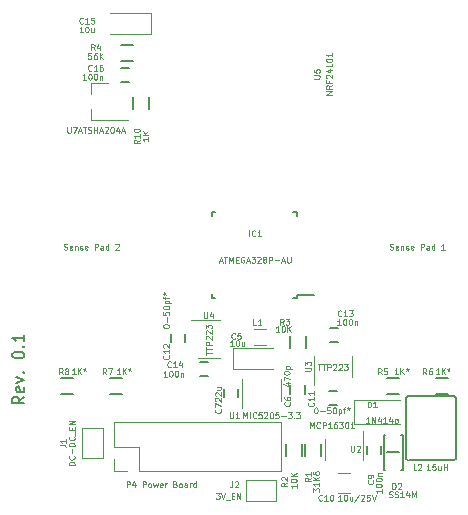
<source format=gto>
%TF.GenerationSoftware,KiCad,Pcbnew,no-vcs-found-d190aa4~59~ubuntu15.04.1*%
%TF.CreationDate,2017-09-02T16:12:34+03:00*%
%TF.ProjectId,livolo_2_channels_1way_eu_switch,6C69766F6C6F5F325F6368616E6E656C,rev?*%
%TF.SameCoordinates,Original*%
%TF.FileFunction,Legend,Top*%
%TF.FilePolarity,Positive*%
%FSLAX46Y46*%
G04 Gerber Fmt 4.6, Leading zero omitted, Abs format (unit mm)*
G04 Created by KiCad (PCBNEW no-vcs-found-d190aa4~59~ubuntu15.04.1) date Sat Sep  2 16:12:34 2017*
%MOMM*%
%LPD*%
G01*
G04 APERTURE LIST*
%ADD10C,0.200000*%
%ADD11C,0.120000*%
%ADD12C,0.150000*%
%ADD13C,0.100000*%
%ADD14O,1.300000X1.600000*%
%ADD15R,1.000000X1.250000*%
%ADD16R,4.000000X2.000000*%
%ADD17R,1.200000X2.000000*%
%ADD18R,1.200000X1.400000*%
%ADD19R,0.900000X1.200000*%
%ADD20R,0.650000X1.060000*%
%ADD21R,1.750000X1.260000*%
%ADD22C,1.500000*%
%ADD23R,0.750000X1.200000*%
%ADD24R,1.200000X0.750000*%
%ADD25R,0.550000X1.600000*%
%ADD26R,1.600000X0.550000*%
%ADD27R,1.200000X0.900000*%
%ADD28R,1.060000X0.650000*%
%ADD29R,1.900000X0.800000*%
%ADD30R,0.500000X0.900000*%
%ADD31R,2.000000X1.000000*%
%ADD32R,1.270000X0.970000*%
%ADD33R,0.970000X1.270000*%
G04 APERTURE END LIST*
D10*
X122952380Y-104309523D02*
X122476190Y-104642857D01*
X122952380Y-104880952D02*
X121952380Y-104880952D01*
X121952380Y-104500000D01*
X122000000Y-104404761D01*
X122047619Y-104357142D01*
X122142857Y-104309523D01*
X122285714Y-104309523D01*
X122380952Y-104357142D01*
X122428571Y-104404761D01*
X122476190Y-104500000D01*
X122476190Y-104880952D01*
X122904761Y-103500000D02*
X122952380Y-103595238D01*
X122952380Y-103785714D01*
X122904761Y-103880952D01*
X122809523Y-103928571D01*
X122428571Y-103928571D01*
X122333333Y-103880952D01*
X122285714Y-103785714D01*
X122285714Y-103595238D01*
X122333333Y-103500000D01*
X122428571Y-103452380D01*
X122523809Y-103452380D01*
X122619047Y-103928571D01*
X122285714Y-103119047D02*
X122952380Y-102880952D01*
X122285714Y-102642857D01*
X122857142Y-102261904D02*
X122904761Y-102214285D01*
X122952380Y-102261904D01*
X122904761Y-102309523D01*
X122857142Y-102261904D01*
X122952380Y-102261904D01*
X121952380Y-100833333D02*
X121952380Y-100738095D01*
X122000000Y-100642857D01*
X122047619Y-100595238D01*
X122142857Y-100547619D01*
X122333333Y-100500000D01*
X122571428Y-100500000D01*
X122761904Y-100547619D01*
X122857142Y-100595238D01*
X122904761Y-100642857D01*
X122952380Y-100738095D01*
X122952380Y-100833333D01*
X122904761Y-100928571D01*
X122857142Y-100976190D01*
X122761904Y-101023809D01*
X122571428Y-101071428D01*
X122333333Y-101071428D01*
X122142857Y-101023809D01*
X122047619Y-100976190D01*
X122000000Y-100928571D01*
X121952380Y-100833333D01*
X122857142Y-100071428D02*
X122904761Y-100023809D01*
X122952380Y-100071428D01*
X122904761Y-100119047D01*
X122857142Y-100071428D01*
X122952380Y-100071428D01*
X122952380Y-99071428D02*
X122952380Y-99642857D01*
X122952380Y-99357142D02*
X121952380Y-99357142D01*
X122095238Y-99452380D01*
X122190476Y-99547619D01*
X122238095Y-99642857D01*
D11*
X130590000Y-110610000D02*
X130590000Y-109550000D01*
X131650000Y-110610000D02*
X130590000Y-110610000D01*
X132650000Y-108550000D02*
X132650000Y-110610000D01*
X130590000Y-108550000D02*
X132650000Y-108550000D01*
X130590000Y-106490000D02*
X130590000Y-108550000D01*
X144710000Y-106490000D02*
X130590000Y-106490000D01*
X144710000Y-110610000D02*
X144710000Y-106490000D01*
X132650000Y-110610000D02*
X144710000Y-110610000D01*
X150500000Y-110750000D02*
X149500000Y-110750000D01*
X149500000Y-112450000D02*
X150500000Y-112450000D01*
D12*
X155300000Y-109575000D02*
X155475000Y-109700000D01*
X159500000Y-109550000D02*
X159375000Y-109700000D01*
X159375000Y-109700000D02*
X155500000Y-109700000D01*
X159500000Y-104350000D02*
X159300000Y-104250000D01*
X159500000Y-109550000D02*
X159500000Y-104350000D01*
X155500000Y-104250000D02*
X159300000Y-104250000D01*
X155300000Y-109575000D02*
X155300000Y-104375000D01*
X155300000Y-104375000D02*
X155500000Y-104250000D01*
D10*
X154700000Y-109000000D02*
X153700000Y-109000000D01*
D12*
X155000000Y-110500000D02*
X154900000Y-110500000D01*
X155000000Y-107600000D02*
X155000000Y-110500000D01*
X153400000Y-107600000D02*
X153400000Y-110501723D01*
X153500000Y-110500000D02*
X153400000Y-110500000D01*
X153500000Y-107600000D02*
X153400000Y-107600000D01*
X155000000Y-107600000D02*
X154900000Y-107600000D01*
X145125000Y-109300000D02*
X145125000Y-108300000D01*
X146475000Y-108300000D02*
X146475000Y-109300000D01*
D11*
X151610000Y-109700000D02*
X151610000Y-107250000D01*
X148390000Y-107900000D02*
X148390000Y-109700000D01*
X140600000Y-100192000D02*
X144050000Y-100192000D01*
X140600000Y-101992000D02*
X144050000Y-101992000D01*
X140600000Y-100192000D02*
X140600000Y-101992000D01*
D12*
X132137000Y-79984000D02*
X132137000Y-78984000D01*
X133487000Y-78984000D02*
X133487000Y-79984000D01*
X139900000Y-104350000D02*
X139900000Y-103650000D01*
X141100000Y-103650000D02*
X141100000Y-104350000D01*
X145500000Y-104050000D02*
X145500000Y-103350000D01*
X146700000Y-103350000D02*
X146700000Y-104050000D01*
X152000000Y-109150000D02*
X152000000Y-108450000D01*
X153200000Y-108450000D02*
X153200000Y-109150000D01*
X149450000Y-105000000D02*
X148750000Y-105000000D01*
X148750000Y-103800000D02*
X149450000Y-103800000D01*
X135400000Y-99700000D02*
X135400000Y-99000000D01*
X136600000Y-99000000D02*
X136600000Y-99700000D01*
X148850000Y-98500000D02*
X149550000Y-98500000D01*
X149550000Y-99700000D02*
X148850000Y-99700000D01*
X137850000Y-101400000D02*
X138550000Y-101400000D01*
X138550000Y-102600000D02*
X137850000Y-102600000D01*
D11*
X150850000Y-104600000D02*
X154750000Y-104600000D01*
X150850000Y-106600000D02*
X154750000Y-106600000D01*
X150850000Y-104600000D02*
X150850000Y-106600000D01*
D12*
X146075000Y-95700000D02*
X147500000Y-95700000D01*
X138825000Y-95925000D02*
X139150000Y-95925000D01*
X138825000Y-88675000D02*
X139150000Y-88675000D01*
X146075000Y-88675000D02*
X145750000Y-88675000D01*
X146075000Y-95925000D02*
X145750000Y-95925000D01*
X146075000Y-88675000D02*
X146075000Y-89000000D01*
X138825000Y-88675000D02*
X138825000Y-89000000D01*
X138825000Y-95925000D02*
X138825000Y-95600000D01*
X146075000Y-95925000D02*
X146075000Y-95700000D01*
X148075000Y-108300000D02*
X148075000Y-109300000D01*
X146725000Y-109300000D02*
X146725000Y-108300000D01*
X146775000Y-99200000D02*
X146775000Y-100200000D01*
X145425000Y-100200000D02*
X145425000Y-99200000D01*
X132150000Y-75925000D02*
X131150000Y-75925000D01*
X131150000Y-74575000D02*
X132150000Y-74575000D01*
X153700000Y-102725000D02*
X154700000Y-102725000D01*
X154700000Y-104075000D02*
X153700000Y-104075000D01*
X158800000Y-104075000D02*
X157800000Y-104075000D01*
X157800000Y-102725000D02*
X158800000Y-102725000D01*
X131200000Y-104075000D02*
X130200000Y-104075000D01*
X130200000Y-102725000D02*
X131200000Y-102725000D01*
X126100000Y-102725000D02*
X127100000Y-102725000D01*
X127100000Y-104075000D02*
X126100000Y-104075000D01*
D11*
X141440000Y-102850000D02*
X141440000Y-105300000D01*
X144660000Y-104650000D02*
X144660000Y-102850000D01*
X147490000Y-100850000D02*
X147490000Y-103300000D01*
X150710000Y-102650000D02*
X150710000Y-100850000D01*
X137700000Y-101060000D02*
X139500000Y-101060000D01*
X139500000Y-97840000D02*
X137050000Y-97840000D01*
D12*
X131850000Y-77650000D02*
X131150000Y-77650000D01*
X131150000Y-76450000D02*
X131850000Y-76450000D01*
D11*
X128590000Y-77770000D02*
X130050000Y-77770000D01*
X128590000Y-80930000D02*
X131750000Y-80930000D01*
X128590000Y-80930000D02*
X128590000Y-80000000D01*
X128590000Y-77770000D02*
X128590000Y-78700000D01*
X143450000Y-99980000D02*
X142450000Y-99980000D01*
X142450000Y-98620000D02*
X143450000Y-98620000D01*
X133700000Y-73650000D02*
X133700000Y-71850000D01*
X133700000Y-71850000D02*
X130250000Y-71850000D01*
X133700000Y-73650000D02*
X130250000Y-73650000D01*
X129640000Y-109520000D02*
X127860000Y-109520000D01*
X127860000Y-106980000D02*
X129640000Y-106980000D01*
X127860000Y-106980000D02*
X127860000Y-109520000D01*
X129640000Y-109520000D02*
X129640000Y-106980000D01*
X144270000Y-111360000D02*
X141730000Y-111360000D01*
X141730000Y-113140000D02*
X144270000Y-113140000D01*
X141730000Y-113140000D02*
X141730000Y-111360000D01*
X144270000Y-111360000D02*
X144270000Y-113140000D01*
D13*
X131630952Y-111976190D02*
X131630952Y-111476190D01*
X131821428Y-111476190D01*
X131869047Y-111500000D01*
X131892857Y-111523809D01*
X131916666Y-111571428D01*
X131916666Y-111642857D01*
X131892857Y-111690476D01*
X131869047Y-111714285D01*
X131821428Y-111738095D01*
X131630952Y-111738095D01*
X132345238Y-111642857D02*
X132345238Y-111976190D01*
X132226190Y-111452380D02*
X132107142Y-111809523D01*
X132416666Y-111809523D01*
X132988095Y-111976190D02*
X132988095Y-111476190D01*
X133178571Y-111476190D01*
X133226190Y-111500000D01*
X133250000Y-111523809D01*
X133273809Y-111571428D01*
X133273809Y-111642857D01*
X133250000Y-111690476D01*
X133226190Y-111714285D01*
X133178571Y-111738095D01*
X132988095Y-111738095D01*
X133559523Y-111976190D02*
X133511904Y-111952380D01*
X133488095Y-111928571D01*
X133464285Y-111880952D01*
X133464285Y-111738095D01*
X133488095Y-111690476D01*
X133511904Y-111666666D01*
X133559523Y-111642857D01*
X133630952Y-111642857D01*
X133678571Y-111666666D01*
X133702380Y-111690476D01*
X133726190Y-111738095D01*
X133726190Y-111880952D01*
X133702380Y-111928571D01*
X133678571Y-111952380D01*
X133630952Y-111976190D01*
X133559523Y-111976190D01*
X133892857Y-111642857D02*
X133988095Y-111976190D01*
X134083333Y-111738095D01*
X134178571Y-111976190D01*
X134273809Y-111642857D01*
X134654761Y-111952380D02*
X134607142Y-111976190D01*
X134511904Y-111976190D01*
X134464285Y-111952380D01*
X134440476Y-111904761D01*
X134440476Y-111714285D01*
X134464285Y-111666666D01*
X134511904Y-111642857D01*
X134607142Y-111642857D01*
X134654761Y-111666666D01*
X134678571Y-111714285D01*
X134678571Y-111761904D01*
X134440476Y-111809523D01*
X134892857Y-111976190D02*
X134892857Y-111642857D01*
X134892857Y-111738095D02*
X134916666Y-111690476D01*
X134940476Y-111666666D01*
X134988095Y-111642857D01*
X135035714Y-111642857D01*
X135750000Y-111714285D02*
X135821428Y-111738095D01*
X135845238Y-111761904D01*
X135869047Y-111809523D01*
X135869047Y-111880952D01*
X135845238Y-111928571D01*
X135821428Y-111952380D01*
X135773809Y-111976190D01*
X135583333Y-111976190D01*
X135583333Y-111476190D01*
X135750000Y-111476190D01*
X135797619Y-111500000D01*
X135821428Y-111523809D01*
X135845238Y-111571428D01*
X135845238Y-111619047D01*
X135821428Y-111666666D01*
X135797619Y-111690476D01*
X135750000Y-111714285D01*
X135583333Y-111714285D01*
X136154761Y-111976190D02*
X136107142Y-111952380D01*
X136083333Y-111928571D01*
X136059523Y-111880952D01*
X136059523Y-111738095D01*
X136083333Y-111690476D01*
X136107142Y-111666666D01*
X136154761Y-111642857D01*
X136226190Y-111642857D01*
X136273809Y-111666666D01*
X136297619Y-111690476D01*
X136321428Y-111738095D01*
X136321428Y-111880952D01*
X136297619Y-111928571D01*
X136273809Y-111952380D01*
X136226190Y-111976190D01*
X136154761Y-111976190D01*
X136750000Y-111976190D02*
X136750000Y-111714285D01*
X136726190Y-111666666D01*
X136678571Y-111642857D01*
X136583333Y-111642857D01*
X136535714Y-111666666D01*
X136750000Y-111952380D02*
X136702380Y-111976190D01*
X136583333Y-111976190D01*
X136535714Y-111952380D01*
X136511904Y-111904761D01*
X136511904Y-111857142D01*
X136535714Y-111809523D01*
X136583333Y-111785714D01*
X136702380Y-111785714D01*
X136750000Y-111761904D01*
X136988095Y-111976190D02*
X136988095Y-111642857D01*
X136988095Y-111738095D02*
X137011904Y-111690476D01*
X137035714Y-111666666D01*
X137083333Y-111642857D01*
X137130952Y-111642857D01*
X137511904Y-111976190D02*
X137511904Y-111476190D01*
X137511904Y-111952380D02*
X137464285Y-111976190D01*
X137369047Y-111976190D01*
X137321428Y-111952380D01*
X137297619Y-111928571D01*
X137273809Y-111880952D01*
X137273809Y-111738095D01*
X137297619Y-111690476D01*
X137321428Y-111666666D01*
X137369047Y-111642857D01*
X137464285Y-111642857D01*
X137511904Y-111666666D01*
X148178571Y-113078571D02*
X148154761Y-113102380D01*
X148083333Y-113126190D01*
X148035714Y-113126190D01*
X147964285Y-113102380D01*
X147916666Y-113054761D01*
X147892857Y-113007142D01*
X147869047Y-112911904D01*
X147869047Y-112840476D01*
X147892857Y-112745238D01*
X147916666Y-112697619D01*
X147964285Y-112650000D01*
X148035714Y-112626190D01*
X148083333Y-112626190D01*
X148154761Y-112650000D01*
X148178571Y-112673809D01*
X148654761Y-113126190D02*
X148369047Y-113126190D01*
X148511904Y-113126190D02*
X148511904Y-112626190D01*
X148464285Y-112697619D01*
X148416666Y-112745238D01*
X148369047Y-112769047D01*
X148964285Y-112626190D02*
X149011904Y-112626190D01*
X149059523Y-112650000D01*
X149083333Y-112673809D01*
X149107142Y-112721428D01*
X149130952Y-112816666D01*
X149130952Y-112935714D01*
X149107142Y-113030952D01*
X149083333Y-113078571D01*
X149059523Y-113102380D01*
X149011904Y-113126190D01*
X148964285Y-113126190D01*
X148916666Y-113102380D01*
X148892857Y-113078571D01*
X148869047Y-113030952D01*
X148845238Y-112935714D01*
X148845238Y-112816666D01*
X148869047Y-112721428D01*
X148892857Y-112673809D01*
X148916666Y-112650000D01*
X148964285Y-112626190D01*
X149826190Y-113126190D02*
X149540476Y-113126190D01*
X149683333Y-113126190D02*
X149683333Y-112626190D01*
X149635714Y-112697619D01*
X149588095Y-112745238D01*
X149540476Y-112769047D01*
X150135714Y-112626190D02*
X150183333Y-112626190D01*
X150230952Y-112650000D01*
X150254761Y-112673809D01*
X150278571Y-112721428D01*
X150302380Y-112816666D01*
X150302380Y-112935714D01*
X150278571Y-113030952D01*
X150254761Y-113078571D01*
X150230952Y-113102380D01*
X150183333Y-113126190D01*
X150135714Y-113126190D01*
X150088095Y-113102380D01*
X150064285Y-113078571D01*
X150040476Y-113030952D01*
X150016666Y-112935714D01*
X150016666Y-112816666D01*
X150040476Y-112721428D01*
X150064285Y-112673809D01*
X150088095Y-112650000D01*
X150135714Y-112626190D01*
X150730952Y-112792857D02*
X150730952Y-113126190D01*
X150516666Y-112792857D02*
X150516666Y-113054761D01*
X150540476Y-113102380D01*
X150588095Y-113126190D01*
X150659523Y-113126190D01*
X150707142Y-113102380D01*
X150730952Y-113078571D01*
X151326190Y-112602380D02*
X150897619Y-113245238D01*
X151469047Y-112673809D02*
X151492857Y-112650000D01*
X151540476Y-112626190D01*
X151659523Y-112626190D01*
X151707142Y-112650000D01*
X151730952Y-112673809D01*
X151754761Y-112721428D01*
X151754761Y-112769047D01*
X151730952Y-112840476D01*
X151445238Y-113126190D01*
X151754761Y-113126190D01*
X152207142Y-112626190D02*
X151969047Y-112626190D01*
X151945238Y-112864285D01*
X151969047Y-112840476D01*
X152016666Y-112816666D01*
X152135714Y-112816666D01*
X152183333Y-112840476D01*
X152207142Y-112864285D01*
X152230952Y-112911904D01*
X152230952Y-113030952D01*
X152207142Y-113078571D01*
X152183333Y-113102380D01*
X152135714Y-113126190D01*
X152016666Y-113126190D01*
X151969047Y-113102380D01*
X151945238Y-113078571D01*
X152373809Y-112626190D02*
X152540476Y-113126190D01*
X152707142Y-112626190D01*
X156166666Y-110526190D02*
X155928571Y-110526190D01*
X155928571Y-110026190D01*
X156309523Y-110073809D02*
X156333333Y-110050000D01*
X156380952Y-110026190D01*
X156500000Y-110026190D01*
X156547619Y-110050000D01*
X156571428Y-110073809D01*
X156595238Y-110121428D01*
X156595238Y-110169047D01*
X156571428Y-110240476D01*
X156285714Y-110526190D01*
X156595238Y-110526190D01*
X157316666Y-110526190D02*
X157030952Y-110526190D01*
X157173809Y-110526190D02*
X157173809Y-110026190D01*
X157126190Y-110097619D01*
X157078571Y-110145238D01*
X157030952Y-110169047D01*
X157769047Y-110026190D02*
X157530952Y-110026190D01*
X157507142Y-110264285D01*
X157530952Y-110240476D01*
X157578571Y-110216666D01*
X157697619Y-110216666D01*
X157745238Y-110240476D01*
X157769047Y-110264285D01*
X157792857Y-110311904D01*
X157792857Y-110430952D01*
X157769047Y-110478571D01*
X157745238Y-110502380D01*
X157697619Y-110526190D01*
X157578571Y-110526190D01*
X157530952Y-110502380D01*
X157507142Y-110478571D01*
X158221428Y-110192857D02*
X158221428Y-110526190D01*
X158007142Y-110192857D02*
X158007142Y-110454761D01*
X158030952Y-110502380D01*
X158078571Y-110526190D01*
X158150000Y-110526190D01*
X158197619Y-110502380D01*
X158221428Y-110478571D01*
X158459523Y-110526190D02*
X158459523Y-110026190D01*
X158459523Y-110264285D02*
X158745238Y-110264285D01*
X158745238Y-110526190D02*
X158745238Y-110026190D01*
X154130952Y-112126190D02*
X154130952Y-111626190D01*
X154250000Y-111626190D01*
X154321428Y-111650000D01*
X154369047Y-111697619D01*
X154392857Y-111745238D01*
X154416666Y-111840476D01*
X154416666Y-111911904D01*
X154392857Y-112007142D01*
X154369047Y-112054761D01*
X154321428Y-112102380D01*
X154250000Y-112126190D01*
X154130952Y-112126190D01*
X154607142Y-111673809D02*
X154630952Y-111650000D01*
X154678571Y-111626190D01*
X154797619Y-111626190D01*
X154845238Y-111650000D01*
X154869047Y-111673809D01*
X154892857Y-111721428D01*
X154892857Y-111769047D01*
X154869047Y-111840476D01*
X154583333Y-112126190D01*
X154892857Y-112126190D01*
X153857142Y-112802380D02*
X153928571Y-112826190D01*
X154047619Y-112826190D01*
X154095238Y-112802380D01*
X154119047Y-112778571D01*
X154142857Y-112730952D01*
X154142857Y-112683333D01*
X154119047Y-112635714D01*
X154095238Y-112611904D01*
X154047619Y-112588095D01*
X153952380Y-112564285D01*
X153904761Y-112540476D01*
X153880952Y-112516666D01*
X153857142Y-112469047D01*
X153857142Y-112421428D01*
X153880952Y-112373809D01*
X153904761Y-112350000D01*
X153952380Y-112326190D01*
X154071428Y-112326190D01*
X154142857Y-112350000D01*
X154333333Y-112802380D02*
X154404761Y-112826190D01*
X154523809Y-112826190D01*
X154571428Y-112802380D01*
X154595238Y-112778571D01*
X154619047Y-112730952D01*
X154619047Y-112683333D01*
X154595238Y-112635714D01*
X154571428Y-112611904D01*
X154523809Y-112588095D01*
X154428571Y-112564285D01*
X154380952Y-112540476D01*
X154357142Y-112516666D01*
X154333333Y-112469047D01*
X154333333Y-112421428D01*
X154357142Y-112373809D01*
X154380952Y-112350000D01*
X154428571Y-112326190D01*
X154547619Y-112326190D01*
X154619047Y-112350000D01*
X155095238Y-112826190D02*
X154809523Y-112826190D01*
X154952380Y-112826190D02*
X154952380Y-112326190D01*
X154904761Y-112397619D01*
X154857142Y-112445238D01*
X154809523Y-112469047D01*
X155523809Y-112492857D02*
X155523809Y-112826190D01*
X155404761Y-112302380D02*
X155285714Y-112659523D01*
X155595238Y-112659523D01*
X155785714Y-112826190D02*
X155785714Y-112326190D01*
X155952380Y-112683333D01*
X156119047Y-112326190D01*
X156119047Y-112826190D01*
X145226190Y-111583333D02*
X144988095Y-111750000D01*
X145226190Y-111869047D02*
X144726190Y-111869047D01*
X144726190Y-111678571D01*
X144750000Y-111630952D01*
X144773809Y-111607142D01*
X144821428Y-111583333D01*
X144892857Y-111583333D01*
X144940476Y-111607142D01*
X144964285Y-111630952D01*
X144988095Y-111678571D01*
X144988095Y-111869047D01*
X144773809Y-111392857D02*
X144750000Y-111369047D01*
X144726190Y-111321428D01*
X144726190Y-111202380D01*
X144750000Y-111154761D01*
X144773809Y-111130952D01*
X144821428Y-111107142D01*
X144869047Y-111107142D01*
X144940476Y-111130952D01*
X145226190Y-111416666D01*
X145226190Y-111107142D01*
X146026190Y-111745238D02*
X146026190Y-112030952D01*
X146026190Y-111888095D02*
X145526190Y-111888095D01*
X145597619Y-111935714D01*
X145645238Y-111983333D01*
X145669047Y-112030952D01*
X145526190Y-111435714D02*
X145526190Y-111388095D01*
X145550000Y-111340476D01*
X145573809Y-111316666D01*
X145621428Y-111292857D01*
X145716666Y-111269047D01*
X145835714Y-111269047D01*
X145930952Y-111292857D01*
X145978571Y-111316666D01*
X146002380Y-111340476D01*
X146026190Y-111388095D01*
X146026190Y-111435714D01*
X146002380Y-111483333D01*
X145978571Y-111507142D01*
X145930952Y-111530952D01*
X145835714Y-111554761D01*
X145716666Y-111554761D01*
X145621428Y-111530952D01*
X145573809Y-111507142D01*
X145550000Y-111483333D01*
X145526190Y-111435714D01*
X146026190Y-111054761D02*
X145526190Y-111054761D01*
X146026190Y-110769047D02*
X145740476Y-110983333D01*
X145526190Y-110769047D02*
X145811904Y-111054761D01*
X150619047Y-108476190D02*
X150619047Y-108880952D01*
X150642857Y-108928571D01*
X150666666Y-108952380D01*
X150714285Y-108976190D01*
X150809523Y-108976190D01*
X150857142Y-108952380D01*
X150880952Y-108928571D01*
X150904761Y-108880952D01*
X150904761Y-108476190D01*
X151119047Y-108523809D02*
X151142857Y-108500000D01*
X151190476Y-108476190D01*
X151309523Y-108476190D01*
X151357142Y-108500000D01*
X151380952Y-108523809D01*
X151404761Y-108571428D01*
X151404761Y-108619047D01*
X151380952Y-108690476D01*
X151095238Y-108976190D01*
X151404761Y-108976190D01*
X147142857Y-106976190D02*
X147142857Y-106476190D01*
X147309523Y-106833333D01*
X147476190Y-106476190D01*
X147476190Y-106976190D01*
X148000000Y-106928571D02*
X147976190Y-106952380D01*
X147904761Y-106976190D01*
X147857142Y-106976190D01*
X147785714Y-106952380D01*
X147738095Y-106904761D01*
X147714285Y-106857142D01*
X147690476Y-106761904D01*
X147690476Y-106690476D01*
X147714285Y-106595238D01*
X147738095Y-106547619D01*
X147785714Y-106500000D01*
X147857142Y-106476190D01*
X147904761Y-106476190D01*
X147976190Y-106500000D01*
X148000000Y-106523809D01*
X148214285Y-106976190D02*
X148214285Y-106476190D01*
X148404761Y-106476190D01*
X148452380Y-106500000D01*
X148476190Y-106523809D01*
X148500000Y-106571428D01*
X148500000Y-106642857D01*
X148476190Y-106690476D01*
X148452380Y-106714285D01*
X148404761Y-106738095D01*
X148214285Y-106738095D01*
X148976190Y-106976190D02*
X148690476Y-106976190D01*
X148833333Y-106976190D02*
X148833333Y-106476190D01*
X148785714Y-106547619D01*
X148738095Y-106595238D01*
X148690476Y-106619047D01*
X149404761Y-106476190D02*
X149309523Y-106476190D01*
X149261904Y-106500000D01*
X149238095Y-106523809D01*
X149190476Y-106595238D01*
X149166666Y-106690476D01*
X149166666Y-106880952D01*
X149190476Y-106928571D01*
X149214285Y-106952380D01*
X149261904Y-106976190D01*
X149357142Y-106976190D01*
X149404761Y-106952380D01*
X149428571Y-106928571D01*
X149452380Y-106880952D01*
X149452380Y-106761904D01*
X149428571Y-106714285D01*
X149404761Y-106690476D01*
X149357142Y-106666666D01*
X149261904Y-106666666D01*
X149214285Y-106690476D01*
X149190476Y-106714285D01*
X149166666Y-106761904D01*
X149619047Y-106476190D02*
X149928571Y-106476190D01*
X149761904Y-106666666D01*
X149833333Y-106666666D01*
X149880952Y-106690476D01*
X149904761Y-106714285D01*
X149928571Y-106761904D01*
X149928571Y-106880952D01*
X149904761Y-106928571D01*
X149880952Y-106952380D01*
X149833333Y-106976190D01*
X149690476Y-106976190D01*
X149642857Y-106952380D01*
X149619047Y-106928571D01*
X150238095Y-106476190D02*
X150285714Y-106476190D01*
X150333333Y-106500000D01*
X150357142Y-106523809D01*
X150380952Y-106571428D01*
X150404761Y-106666666D01*
X150404761Y-106785714D01*
X150380952Y-106880952D01*
X150357142Y-106928571D01*
X150333333Y-106952380D01*
X150285714Y-106976190D01*
X150238095Y-106976190D01*
X150190476Y-106952380D01*
X150166666Y-106928571D01*
X150142857Y-106880952D01*
X150119047Y-106785714D01*
X150119047Y-106666666D01*
X150142857Y-106571428D01*
X150166666Y-106523809D01*
X150190476Y-106500000D01*
X150238095Y-106476190D01*
X150880952Y-106976190D02*
X150595238Y-106976190D01*
X150738095Y-106976190D02*
X150738095Y-106476190D01*
X150690476Y-106547619D01*
X150642857Y-106595238D01*
X150595238Y-106619047D01*
X140816666Y-99378571D02*
X140792857Y-99402380D01*
X140721428Y-99426190D01*
X140673809Y-99426190D01*
X140602380Y-99402380D01*
X140554761Y-99354761D01*
X140530952Y-99307142D01*
X140507142Y-99211904D01*
X140507142Y-99140476D01*
X140530952Y-99045238D01*
X140554761Y-98997619D01*
X140602380Y-98950000D01*
X140673809Y-98926190D01*
X140721428Y-98926190D01*
X140792857Y-98950000D01*
X140816666Y-98973809D01*
X141269047Y-98926190D02*
X141030952Y-98926190D01*
X141007142Y-99164285D01*
X141030952Y-99140476D01*
X141078571Y-99116666D01*
X141197619Y-99116666D01*
X141245238Y-99140476D01*
X141269047Y-99164285D01*
X141292857Y-99211904D01*
X141292857Y-99330952D01*
X141269047Y-99378571D01*
X141245238Y-99402380D01*
X141197619Y-99426190D01*
X141078571Y-99426190D01*
X141030952Y-99402380D01*
X141007142Y-99378571D01*
X140678571Y-100026190D02*
X140392857Y-100026190D01*
X140535714Y-100026190D02*
X140535714Y-99526190D01*
X140488095Y-99597619D01*
X140440476Y-99645238D01*
X140392857Y-99669047D01*
X140988095Y-99526190D02*
X141035714Y-99526190D01*
X141083333Y-99550000D01*
X141107142Y-99573809D01*
X141130952Y-99621428D01*
X141154761Y-99716666D01*
X141154761Y-99835714D01*
X141130952Y-99930952D01*
X141107142Y-99978571D01*
X141083333Y-100002380D01*
X141035714Y-100026190D01*
X140988095Y-100026190D01*
X140940476Y-100002380D01*
X140916666Y-99978571D01*
X140892857Y-99930952D01*
X140869047Y-99835714D01*
X140869047Y-99716666D01*
X140892857Y-99621428D01*
X140916666Y-99573809D01*
X140940476Y-99550000D01*
X140988095Y-99526190D01*
X141583333Y-99692857D02*
X141583333Y-100026190D01*
X141369047Y-99692857D02*
X141369047Y-99954761D01*
X141392857Y-100002380D01*
X141440476Y-100026190D01*
X141511904Y-100026190D01*
X141559523Y-100002380D01*
X141583333Y-99978571D01*
X153928571Y-91852380D02*
X154000000Y-91876190D01*
X154119047Y-91876190D01*
X154166666Y-91852380D01*
X154190476Y-91828571D01*
X154214285Y-91780952D01*
X154214285Y-91733333D01*
X154190476Y-91685714D01*
X154166666Y-91661904D01*
X154119047Y-91638095D01*
X154023809Y-91614285D01*
X153976190Y-91590476D01*
X153952380Y-91566666D01*
X153928571Y-91519047D01*
X153928571Y-91471428D01*
X153952380Y-91423809D01*
X153976190Y-91400000D01*
X154023809Y-91376190D01*
X154142857Y-91376190D01*
X154214285Y-91400000D01*
X154619047Y-91852380D02*
X154571428Y-91876190D01*
X154476190Y-91876190D01*
X154428571Y-91852380D01*
X154404761Y-91804761D01*
X154404761Y-91614285D01*
X154428571Y-91566666D01*
X154476190Y-91542857D01*
X154571428Y-91542857D01*
X154619047Y-91566666D01*
X154642857Y-91614285D01*
X154642857Y-91661904D01*
X154404761Y-91709523D01*
X154857142Y-91542857D02*
X154857142Y-91876190D01*
X154857142Y-91590476D02*
X154880952Y-91566666D01*
X154928571Y-91542857D01*
X155000000Y-91542857D01*
X155047619Y-91566666D01*
X155071428Y-91614285D01*
X155071428Y-91876190D01*
X155285714Y-91852380D02*
X155333333Y-91876190D01*
X155428571Y-91876190D01*
X155476190Y-91852380D01*
X155500000Y-91804761D01*
X155500000Y-91780952D01*
X155476190Y-91733333D01*
X155428571Y-91709523D01*
X155357142Y-91709523D01*
X155309523Y-91685714D01*
X155285714Y-91638095D01*
X155285714Y-91614285D01*
X155309523Y-91566666D01*
X155357142Y-91542857D01*
X155428571Y-91542857D01*
X155476190Y-91566666D01*
X155904761Y-91852380D02*
X155857142Y-91876190D01*
X155761904Y-91876190D01*
X155714285Y-91852380D01*
X155690476Y-91804761D01*
X155690476Y-91614285D01*
X155714285Y-91566666D01*
X155761904Y-91542857D01*
X155857142Y-91542857D01*
X155904761Y-91566666D01*
X155928571Y-91614285D01*
X155928571Y-91661904D01*
X155690476Y-91709523D01*
X156523809Y-91876190D02*
X156523809Y-91376190D01*
X156714285Y-91376190D01*
X156761904Y-91400000D01*
X156785714Y-91423809D01*
X156809523Y-91471428D01*
X156809523Y-91542857D01*
X156785714Y-91590476D01*
X156761904Y-91614285D01*
X156714285Y-91638095D01*
X156523809Y-91638095D01*
X157238095Y-91876190D02*
X157238095Y-91614285D01*
X157214285Y-91566666D01*
X157166666Y-91542857D01*
X157071428Y-91542857D01*
X157023809Y-91566666D01*
X157238095Y-91852380D02*
X157190476Y-91876190D01*
X157071428Y-91876190D01*
X157023809Y-91852380D01*
X157000000Y-91804761D01*
X157000000Y-91757142D01*
X157023809Y-91709523D01*
X157071428Y-91685714D01*
X157190476Y-91685714D01*
X157238095Y-91661904D01*
X157690476Y-91876190D02*
X157690476Y-91376190D01*
X157690476Y-91852380D02*
X157642857Y-91876190D01*
X157547619Y-91876190D01*
X157500000Y-91852380D01*
X157476190Y-91828571D01*
X157452380Y-91780952D01*
X157452380Y-91638095D01*
X157476190Y-91590476D01*
X157500000Y-91566666D01*
X157547619Y-91542857D01*
X157642857Y-91542857D01*
X157690476Y-91566666D01*
X158571428Y-91876190D02*
X158285714Y-91876190D01*
X158428571Y-91876190D02*
X158428571Y-91376190D01*
X158380952Y-91447619D01*
X158333333Y-91495238D01*
X158285714Y-91519047D01*
X126328571Y-91852380D02*
X126400000Y-91876190D01*
X126519047Y-91876190D01*
X126566666Y-91852380D01*
X126590476Y-91828571D01*
X126614285Y-91780952D01*
X126614285Y-91733333D01*
X126590476Y-91685714D01*
X126566666Y-91661904D01*
X126519047Y-91638095D01*
X126423809Y-91614285D01*
X126376190Y-91590476D01*
X126352380Y-91566666D01*
X126328571Y-91519047D01*
X126328571Y-91471428D01*
X126352380Y-91423809D01*
X126376190Y-91400000D01*
X126423809Y-91376190D01*
X126542857Y-91376190D01*
X126614285Y-91400000D01*
X127019047Y-91852380D02*
X126971428Y-91876190D01*
X126876190Y-91876190D01*
X126828571Y-91852380D01*
X126804761Y-91804761D01*
X126804761Y-91614285D01*
X126828571Y-91566666D01*
X126876190Y-91542857D01*
X126971428Y-91542857D01*
X127019047Y-91566666D01*
X127042857Y-91614285D01*
X127042857Y-91661904D01*
X126804761Y-91709523D01*
X127257142Y-91542857D02*
X127257142Y-91876190D01*
X127257142Y-91590476D02*
X127280952Y-91566666D01*
X127328571Y-91542857D01*
X127400000Y-91542857D01*
X127447619Y-91566666D01*
X127471428Y-91614285D01*
X127471428Y-91876190D01*
X127685714Y-91852380D02*
X127733333Y-91876190D01*
X127828571Y-91876190D01*
X127876190Y-91852380D01*
X127900000Y-91804761D01*
X127900000Y-91780952D01*
X127876190Y-91733333D01*
X127828571Y-91709523D01*
X127757142Y-91709523D01*
X127709523Y-91685714D01*
X127685714Y-91638095D01*
X127685714Y-91614285D01*
X127709523Y-91566666D01*
X127757142Y-91542857D01*
X127828571Y-91542857D01*
X127876190Y-91566666D01*
X128304761Y-91852380D02*
X128257142Y-91876190D01*
X128161904Y-91876190D01*
X128114285Y-91852380D01*
X128090476Y-91804761D01*
X128090476Y-91614285D01*
X128114285Y-91566666D01*
X128161904Y-91542857D01*
X128257142Y-91542857D01*
X128304761Y-91566666D01*
X128328571Y-91614285D01*
X128328571Y-91661904D01*
X128090476Y-91709523D01*
X128923809Y-91876190D02*
X128923809Y-91376190D01*
X129114285Y-91376190D01*
X129161904Y-91400000D01*
X129185714Y-91423809D01*
X129209523Y-91471428D01*
X129209523Y-91542857D01*
X129185714Y-91590476D01*
X129161904Y-91614285D01*
X129114285Y-91638095D01*
X128923809Y-91638095D01*
X129638095Y-91876190D02*
X129638095Y-91614285D01*
X129614285Y-91566666D01*
X129566666Y-91542857D01*
X129471428Y-91542857D01*
X129423809Y-91566666D01*
X129638095Y-91852380D02*
X129590476Y-91876190D01*
X129471428Y-91876190D01*
X129423809Y-91852380D01*
X129400000Y-91804761D01*
X129400000Y-91757142D01*
X129423809Y-91709523D01*
X129471428Y-91685714D01*
X129590476Y-91685714D01*
X129638095Y-91661904D01*
X130090476Y-91876190D02*
X130090476Y-91376190D01*
X130090476Y-91852380D02*
X130042857Y-91876190D01*
X129947619Y-91876190D01*
X129900000Y-91852380D01*
X129876190Y-91828571D01*
X129852380Y-91780952D01*
X129852380Y-91638095D01*
X129876190Y-91590476D01*
X129900000Y-91566666D01*
X129947619Y-91542857D01*
X130042857Y-91542857D01*
X130090476Y-91566666D01*
X130685714Y-91423809D02*
X130709523Y-91400000D01*
X130757142Y-91376190D01*
X130876190Y-91376190D01*
X130923809Y-91400000D01*
X130947619Y-91423809D01*
X130971428Y-91471428D01*
X130971428Y-91519047D01*
X130947619Y-91590476D01*
X130661904Y-91876190D01*
X130971428Y-91876190D01*
X132726190Y-82571428D02*
X132488095Y-82738095D01*
X132726190Y-82857142D02*
X132226190Y-82857142D01*
X132226190Y-82666666D01*
X132250000Y-82619047D01*
X132273809Y-82595238D01*
X132321428Y-82571428D01*
X132392857Y-82571428D01*
X132440476Y-82595238D01*
X132464285Y-82619047D01*
X132488095Y-82666666D01*
X132488095Y-82857142D01*
X132726190Y-82095238D02*
X132726190Y-82380952D01*
X132726190Y-82238095D02*
X132226190Y-82238095D01*
X132297619Y-82285714D01*
X132345238Y-82333333D01*
X132369047Y-82380952D01*
X132226190Y-81785714D02*
X132226190Y-81738095D01*
X132250000Y-81690476D01*
X132273809Y-81666666D01*
X132321428Y-81642857D01*
X132416666Y-81619047D01*
X132535714Y-81619047D01*
X132630952Y-81642857D01*
X132678571Y-81666666D01*
X132702380Y-81690476D01*
X132726190Y-81738095D01*
X132726190Y-81785714D01*
X132702380Y-81833333D01*
X132678571Y-81857142D01*
X132630952Y-81880952D01*
X132535714Y-81904761D01*
X132416666Y-81904761D01*
X132321428Y-81880952D01*
X132273809Y-81857142D01*
X132250000Y-81833333D01*
X132226190Y-81785714D01*
X133476190Y-82357142D02*
X133476190Y-82642857D01*
X133476190Y-82500000D02*
X132976190Y-82500000D01*
X133047619Y-82547619D01*
X133095238Y-82595238D01*
X133119047Y-82642857D01*
X133476190Y-82142857D02*
X132976190Y-82142857D01*
X133476190Y-81857142D02*
X133190476Y-82071428D01*
X132976190Y-81857142D02*
X133261904Y-82142857D01*
X139578571Y-105383333D02*
X139602380Y-105407142D01*
X139626190Y-105478571D01*
X139626190Y-105526190D01*
X139602380Y-105597619D01*
X139554761Y-105645238D01*
X139507142Y-105669047D01*
X139411904Y-105692857D01*
X139340476Y-105692857D01*
X139245238Y-105669047D01*
X139197619Y-105645238D01*
X139150000Y-105597619D01*
X139126190Y-105526190D01*
X139126190Y-105478571D01*
X139150000Y-105407142D01*
X139173809Y-105383333D01*
X139126190Y-105216666D02*
X139126190Y-104883333D01*
X139626190Y-105097619D01*
X139173809Y-104707142D02*
X139150000Y-104683333D01*
X139126190Y-104635714D01*
X139126190Y-104516666D01*
X139150000Y-104469047D01*
X139173809Y-104445238D01*
X139221428Y-104421428D01*
X139269047Y-104421428D01*
X139340476Y-104445238D01*
X139626190Y-104730952D01*
X139626190Y-104421428D01*
X139173809Y-104230952D02*
X139150000Y-104207142D01*
X139126190Y-104159523D01*
X139126190Y-104040476D01*
X139150000Y-103992857D01*
X139173809Y-103969047D01*
X139221428Y-103945238D01*
X139269047Y-103945238D01*
X139340476Y-103969047D01*
X139626190Y-104254761D01*
X139626190Y-103945238D01*
X139292857Y-103516666D02*
X139626190Y-103516666D01*
X139292857Y-103730952D02*
X139554761Y-103730952D01*
X139602380Y-103707142D01*
X139626190Y-103659523D01*
X139626190Y-103588095D01*
X139602380Y-103540476D01*
X139578571Y-103516666D01*
X145428571Y-104783333D02*
X145452380Y-104807142D01*
X145476190Y-104878571D01*
X145476190Y-104926190D01*
X145452380Y-104997619D01*
X145404761Y-105045238D01*
X145357142Y-105069047D01*
X145261904Y-105092857D01*
X145190476Y-105092857D01*
X145095238Y-105069047D01*
X145047619Y-105045238D01*
X145000000Y-104997619D01*
X144976190Y-104926190D01*
X144976190Y-104878571D01*
X145000000Y-104807142D01*
X145023809Y-104783333D01*
X144976190Y-104354761D02*
X144976190Y-104450000D01*
X145000000Y-104497619D01*
X145023809Y-104521428D01*
X145095238Y-104569047D01*
X145190476Y-104592857D01*
X145380952Y-104592857D01*
X145428571Y-104569047D01*
X145452380Y-104545238D01*
X145476190Y-104497619D01*
X145476190Y-104402380D01*
X145452380Y-104354761D01*
X145428571Y-104330952D01*
X145380952Y-104307142D01*
X145261904Y-104307142D01*
X145214285Y-104330952D01*
X145190476Y-104354761D01*
X145166666Y-104402380D01*
X145166666Y-104497619D01*
X145190476Y-104545238D01*
X145214285Y-104569047D01*
X145261904Y-104592857D01*
X145092857Y-103157142D02*
X145426190Y-103157142D01*
X144902380Y-103276190D02*
X145259523Y-103395238D01*
X145259523Y-103085714D01*
X144926190Y-102942857D02*
X144926190Y-102609523D01*
X145426190Y-102823809D01*
X144926190Y-102323809D02*
X144926190Y-102276190D01*
X144950000Y-102228571D01*
X144973809Y-102204761D01*
X145021428Y-102180952D01*
X145116666Y-102157142D01*
X145235714Y-102157142D01*
X145330952Y-102180952D01*
X145378571Y-102204761D01*
X145402380Y-102228571D01*
X145426190Y-102276190D01*
X145426190Y-102323809D01*
X145402380Y-102371428D01*
X145378571Y-102395238D01*
X145330952Y-102419047D01*
X145235714Y-102442857D01*
X145116666Y-102442857D01*
X145021428Y-102419047D01*
X144973809Y-102395238D01*
X144950000Y-102371428D01*
X144926190Y-102323809D01*
X145092857Y-101942857D02*
X145592857Y-101942857D01*
X145116666Y-101942857D02*
X145092857Y-101895238D01*
X145092857Y-101800000D01*
X145116666Y-101752380D01*
X145140476Y-101728571D01*
X145188095Y-101704761D01*
X145330952Y-101704761D01*
X145378571Y-101728571D01*
X145402380Y-101752380D01*
X145426190Y-101800000D01*
X145426190Y-101895238D01*
X145402380Y-101942857D01*
X152478571Y-111383333D02*
X152502380Y-111407142D01*
X152526190Y-111478571D01*
X152526190Y-111526190D01*
X152502380Y-111597619D01*
X152454761Y-111645238D01*
X152407142Y-111669047D01*
X152311904Y-111692857D01*
X152240476Y-111692857D01*
X152145238Y-111669047D01*
X152097619Y-111645238D01*
X152050000Y-111597619D01*
X152026190Y-111526190D01*
X152026190Y-111478571D01*
X152050000Y-111407142D01*
X152073809Y-111383333D01*
X152526190Y-111145238D02*
X152526190Y-111050000D01*
X152502380Y-111002380D01*
X152478571Y-110978571D01*
X152407142Y-110930952D01*
X152311904Y-110907142D01*
X152121428Y-110907142D01*
X152073809Y-110930952D01*
X152050000Y-110954761D01*
X152026190Y-111002380D01*
X152026190Y-111097619D01*
X152050000Y-111145238D01*
X152073809Y-111169047D01*
X152121428Y-111192857D01*
X152240476Y-111192857D01*
X152288095Y-111169047D01*
X152311904Y-111145238D01*
X152335714Y-111097619D01*
X152335714Y-111002380D01*
X152311904Y-110954761D01*
X152288095Y-110930952D01*
X152240476Y-110907142D01*
X153226190Y-112159523D02*
X153226190Y-112445238D01*
X153226190Y-112302380D02*
X152726190Y-112302380D01*
X152797619Y-112350000D01*
X152845238Y-112397619D01*
X152869047Y-112445238D01*
X152726190Y-111850000D02*
X152726190Y-111802380D01*
X152750000Y-111754761D01*
X152773809Y-111730952D01*
X152821428Y-111707142D01*
X152916666Y-111683333D01*
X153035714Y-111683333D01*
X153130952Y-111707142D01*
X153178571Y-111730952D01*
X153202380Y-111754761D01*
X153226190Y-111802380D01*
X153226190Y-111850000D01*
X153202380Y-111897619D01*
X153178571Y-111921428D01*
X153130952Y-111945238D01*
X153035714Y-111969047D01*
X152916666Y-111969047D01*
X152821428Y-111945238D01*
X152773809Y-111921428D01*
X152750000Y-111897619D01*
X152726190Y-111850000D01*
X152726190Y-111373809D02*
X152726190Y-111326190D01*
X152750000Y-111278571D01*
X152773809Y-111254761D01*
X152821428Y-111230952D01*
X152916666Y-111207142D01*
X153035714Y-111207142D01*
X153130952Y-111230952D01*
X153178571Y-111254761D01*
X153202380Y-111278571D01*
X153226190Y-111326190D01*
X153226190Y-111373809D01*
X153202380Y-111421428D01*
X153178571Y-111445238D01*
X153130952Y-111469047D01*
X153035714Y-111492857D01*
X152916666Y-111492857D01*
X152821428Y-111469047D01*
X152773809Y-111445238D01*
X152750000Y-111421428D01*
X152726190Y-111373809D01*
X152892857Y-110992857D02*
X153226190Y-110992857D01*
X152940476Y-110992857D02*
X152916666Y-110969047D01*
X152892857Y-110921428D01*
X152892857Y-110850000D01*
X152916666Y-110802380D01*
X152964285Y-110778571D01*
X153226190Y-110778571D01*
X147428571Y-104821428D02*
X147452380Y-104845238D01*
X147476190Y-104916666D01*
X147476190Y-104964285D01*
X147452380Y-105035714D01*
X147404761Y-105083333D01*
X147357142Y-105107142D01*
X147261904Y-105130952D01*
X147190476Y-105130952D01*
X147095238Y-105107142D01*
X147047619Y-105083333D01*
X147000000Y-105035714D01*
X146976190Y-104964285D01*
X146976190Y-104916666D01*
X147000000Y-104845238D01*
X147023809Y-104821428D01*
X147476190Y-104345238D02*
X147476190Y-104630952D01*
X147476190Y-104488095D02*
X146976190Y-104488095D01*
X147047619Y-104535714D01*
X147095238Y-104583333D01*
X147119047Y-104630952D01*
X147476190Y-103869047D02*
X147476190Y-104154761D01*
X147476190Y-104011904D02*
X146976190Y-104011904D01*
X147047619Y-104059523D01*
X147095238Y-104107142D01*
X147119047Y-104154761D01*
X147630952Y-105226190D02*
X147678571Y-105226190D01*
X147726190Y-105250000D01*
X147750000Y-105273809D01*
X147773809Y-105321428D01*
X147797619Y-105416666D01*
X147797619Y-105535714D01*
X147773809Y-105630952D01*
X147750000Y-105678571D01*
X147726190Y-105702380D01*
X147678571Y-105726190D01*
X147630952Y-105726190D01*
X147583333Y-105702380D01*
X147559523Y-105678571D01*
X147535714Y-105630952D01*
X147511904Y-105535714D01*
X147511904Y-105416666D01*
X147535714Y-105321428D01*
X147559523Y-105273809D01*
X147583333Y-105250000D01*
X147630952Y-105226190D01*
X148011904Y-105535714D02*
X148392857Y-105535714D01*
X148869047Y-105226190D02*
X148630952Y-105226190D01*
X148607142Y-105464285D01*
X148630952Y-105440476D01*
X148678571Y-105416666D01*
X148797619Y-105416666D01*
X148845238Y-105440476D01*
X148869047Y-105464285D01*
X148892857Y-105511904D01*
X148892857Y-105630952D01*
X148869047Y-105678571D01*
X148845238Y-105702380D01*
X148797619Y-105726190D01*
X148678571Y-105726190D01*
X148630952Y-105702380D01*
X148607142Y-105678571D01*
X149202380Y-105226190D02*
X149250000Y-105226190D01*
X149297619Y-105250000D01*
X149321428Y-105273809D01*
X149345238Y-105321428D01*
X149369047Y-105416666D01*
X149369047Y-105535714D01*
X149345238Y-105630952D01*
X149321428Y-105678571D01*
X149297619Y-105702380D01*
X149250000Y-105726190D01*
X149202380Y-105726190D01*
X149154761Y-105702380D01*
X149130952Y-105678571D01*
X149107142Y-105630952D01*
X149083333Y-105535714D01*
X149083333Y-105416666D01*
X149107142Y-105321428D01*
X149130952Y-105273809D01*
X149154761Y-105250000D01*
X149202380Y-105226190D01*
X149583333Y-105392857D02*
X149583333Y-105892857D01*
X149583333Y-105416666D02*
X149630952Y-105392857D01*
X149726190Y-105392857D01*
X149773809Y-105416666D01*
X149797619Y-105440476D01*
X149821428Y-105488095D01*
X149821428Y-105630952D01*
X149797619Y-105678571D01*
X149773809Y-105702380D01*
X149726190Y-105726190D01*
X149630952Y-105726190D01*
X149583333Y-105702380D01*
X149964285Y-105392857D02*
X150154761Y-105392857D01*
X150035714Y-105726190D02*
X150035714Y-105297619D01*
X150059523Y-105250000D01*
X150107142Y-105226190D01*
X150154761Y-105226190D01*
X150392857Y-105226190D02*
X150392857Y-105345238D01*
X150273809Y-105297619D02*
X150392857Y-105345238D01*
X150511904Y-105297619D01*
X150321428Y-105440476D02*
X150392857Y-105345238D01*
X150464285Y-105440476D01*
X135178571Y-100821428D02*
X135202380Y-100845238D01*
X135226190Y-100916666D01*
X135226190Y-100964285D01*
X135202380Y-101035714D01*
X135154761Y-101083333D01*
X135107142Y-101107142D01*
X135011904Y-101130952D01*
X134940476Y-101130952D01*
X134845238Y-101107142D01*
X134797619Y-101083333D01*
X134750000Y-101035714D01*
X134726190Y-100964285D01*
X134726190Y-100916666D01*
X134750000Y-100845238D01*
X134773809Y-100821428D01*
X135226190Y-100345238D02*
X135226190Y-100630952D01*
X135226190Y-100488095D02*
X134726190Y-100488095D01*
X134797619Y-100535714D01*
X134845238Y-100583333D01*
X134869047Y-100630952D01*
X134773809Y-100154761D02*
X134750000Y-100130952D01*
X134726190Y-100083333D01*
X134726190Y-99964285D01*
X134750000Y-99916666D01*
X134773809Y-99892857D01*
X134821428Y-99869047D01*
X134869047Y-99869047D01*
X134940476Y-99892857D01*
X135226190Y-100178571D01*
X135226190Y-99869047D01*
X134726190Y-98369047D02*
X134726190Y-98321428D01*
X134750000Y-98273809D01*
X134773809Y-98250000D01*
X134821428Y-98226190D01*
X134916666Y-98202380D01*
X135035714Y-98202380D01*
X135130952Y-98226190D01*
X135178571Y-98250000D01*
X135202380Y-98273809D01*
X135226190Y-98321428D01*
X135226190Y-98369047D01*
X135202380Y-98416666D01*
X135178571Y-98440476D01*
X135130952Y-98464285D01*
X135035714Y-98488095D01*
X134916666Y-98488095D01*
X134821428Y-98464285D01*
X134773809Y-98440476D01*
X134750000Y-98416666D01*
X134726190Y-98369047D01*
X135035714Y-97988095D02*
X135035714Y-97607142D01*
X134726190Y-97130952D02*
X134726190Y-97369047D01*
X134964285Y-97392857D01*
X134940476Y-97369047D01*
X134916666Y-97321428D01*
X134916666Y-97202380D01*
X134940476Y-97154761D01*
X134964285Y-97130952D01*
X135011904Y-97107142D01*
X135130952Y-97107142D01*
X135178571Y-97130952D01*
X135202380Y-97154761D01*
X135226190Y-97202380D01*
X135226190Y-97321428D01*
X135202380Y-97369047D01*
X135178571Y-97392857D01*
X134726190Y-96797619D02*
X134726190Y-96750000D01*
X134750000Y-96702380D01*
X134773809Y-96678571D01*
X134821428Y-96654761D01*
X134916666Y-96630952D01*
X135035714Y-96630952D01*
X135130952Y-96654761D01*
X135178571Y-96678571D01*
X135202380Y-96702380D01*
X135226190Y-96750000D01*
X135226190Y-96797619D01*
X135202380Y-96845238D01*
X135178571Y-96869047D01*
X135130952Y-96892857D01*
X135035714Y-96916666D01*
X134916666Y-96916666D01*
X134821428Y-96892857D01*
X134773809Y-96869047D01*
X134750000Y-96845238D01*
X134726190Y-96797619D01*
X134892857Y-96416666D02*
X135392857Y-96416666D01*
X134916666Y-96416666D02*
X134892857Y-96369047D01*
X134892857Y-96273809D01*
X134916666Y-96226190D01*
X134940476Y-96202380D01*
X134988095Y-96178571D01*
X135130952Y-96178571D01*
X135178571Y-96202380D01*
X135202380Y-96226190D01*
X135226190Y-96273809D01*
X135226190Y-96369047D01*
X135202380Y-96416666D01*
X134892857Y-96035714D02*
X134892857Y-95845238D01*
X135226190Y-95964285D02*
X134797619Y-95964285D01*
X134750000Y-95940476D01*
X134726190Y-95892857D01*
X134726190Y-95845238D01*
X134726190Y-95607142D02*
X134845238Y-95607142D01*
X134797619Y-95726190D02*
X134845238Y-95607142D01*
X134797619Y-95488095D01*
X134940476Y-95678571D02*
X134845238Y-95607142D01*
X134940476Y-95535714D01*
X149803571Y-97453571D02*
X149779761Y-97477380D01*
X149708333Y-97501190D01*
X149660714Y-97501190D01*
X149589285Y-97477380D01*
X149541666Y-97429761D01*
X149517857Y-97382142D01*
X149494047Y-97286904D01*
X149494047Y-97215476D01*
X149517857Y-97120238D01*
X149541666Y-97072619D01*
X149589285Y-97025000D01*
X149660714Y-97001190D01*
X149708333Y-97001190D01*
X149779761Y-97025000D01*
X149803571Y-97048809D01*
X150279761Y-97501190D02*
X149994047Y-97501190D01*
X150136904Y-97501190D02*
X150136904Y-97001190D01*
X150089285Y-97072619D01*
X150041666Y-97120238D01*
X149994047Y-97144047D01*
X150446428Y-97001190D02*
X150755952Y-97001190D01*
X150589285Y-97191666D01*
X150660714Y-97191666D01*
X150708333Y-97215476D01*
X150732142Y-97239285D01*
X150755952Y-97286904D01*
X150755952Y-97405952D01*
X150732142Y-97453571D01*
X150708333Y-97477380D01*
X150660714Y-97501190D01*
X150517857Y-97501190D01*
X150470238Y-97477380D01*
X150446428Y-97453571D01*
X149765476Y-98251190D02*
X149479761Y-98251190D01*
X149622619Y-98251190D02*
X149622619Y-97751190D01*
X149575000Y-97822619D01*
X149527380Y-97870238D01*
X149479761Y-97894047D01*
X150075000Y-97751190D02*
X150122619Y-97751190D01*
X150170238Y-97775000D01*
X150194047Y-97798809D01*
X150217857Y-97846428D01*
X150241666Y-97941666D01*
X150241666Y-98060714D01*
X150217857Y-98155952D01*
X150194047Y-98203571D01*
X150170238Y-98227380D01*
X150122619Y-98251190D01*
X150075000Y-98251190D01*
X150027380Y-98227380D01*
X150003571Y-98203571D01*
X149979761Y-98155952D01*
X149955952Y-98060714D01*
X149955952Y-97941666D01*
X149979761Y-97846428D01*
X150003571Y-97798809D01*
X150027380Y-97775000D01*
X150075000Y-97751190D01*
X150551190Y-97751190D02*
X150598809Y-97751190D01*
X150646428Y-97775000D01*
X150670238Y-97798809D01*
X150694047Y-97846428D01*
X150717857Y-97941666D01*
X150717857Y-98060714D01*
X150694047Y-98155952D01*
X150670238Y-98203571D01*
X150646428Y-98227380D01*
X150598809Y-98251190D01*
X150551190Y-98251190D01*
X150503571Y-98227380D01*
X150479761Y-98203571D01*
X150455952Y-98155952D01*
X150432142Y-98060714D01*
X150432142Y-97941666D01*
X150455952Y-97846428D01*
X150479761Y-97798809D01*
X150503571Y-97775000D01*
X150551190Y-97751190D01*
X150932142Y-97917857D02*
X150932142Y-98251190D01*
X150932142Y-97965476D02*
X150955952Y-97941666D01*
X151003571Y-97917857D01*
X151075000Y-97917857D01*
X151122619Y-97941666D01*
X151146428Y-97989285D01*
X151146428Y-98251190D01*
X135378571Y-101778571D02*
X135354761Y-101802380D01*
X135283333Y-101826190D01*
X135235714Y-101826190D01*
X135164285Y-101802380D01*
X135116666Y-101754761D01*
X135092857Y-101707142D01*
X135069047Y-101611904D01*
X135069047Y-101540476D01*
X135092857Y-101445238D01*
X135116666Y-101397619D01*
X135164285Y-101350000D01*
X135235714Y-101326190D01*
X135283333Y-101326190D01*
X135354761Y-101350000D01*
X135378571Y-101373809D01*
X135854761Y-101826190D02*
X135569047Y-101826190D01*
X135711904Y-101826190D02*
X135711904Y-101326190D01*
X135664285Y-101397619D01*
X135616666Y-101445238D01*
X135569047Y-101469047D01*
X136283333Y-101492857D02*
X136283333Y-101826190D01*
X136164285Y-101302380D02*
X136045238Y-101659523D01*
X136354761Y-101659523D01*
X135040476Y-102626190D02*
X134754761Y-102626190D01*
X134897619Y-102626190D02*
X134897619Y-102126190D01*
X134850000Y-102197619D01*
X134802380Y-102245238D01*
X134754761Y-102269047D01*
X135350000Y-102126190D02*
X135397619Y-102126190D01*
X135445238Y-102150000D01*
X135469047Y-102173809D01*
X135492857Y-102221428D01*
X135516666Y-102316666D01*
X135516666Y-102435714D01*
X135492857Y-102530952D01*
X135469047Y-102578571D01*
X135445238Y-102602380D01*
X135397619Y-102626190D01*
X135350000Y-102626190D01*
X135302380Y-102602380D01*
X135278571Y-102578571D01*
X135254761Y-102530952D01*
X135230952Y-102435714D01*
X135230952Y-102316666D01*
X135254761Y-102221428D01*
X135278571Y-102173809D01*
X135302380Y-102150000D01*
X135350000Y-102126190D01*
X135826190Y-102126190D02*
X135873809Y-102126190D01*
X135921428Y-102150000D01*
X135945238Y-102173809D01*
X135969047Y-102221428D01*
X135992857Y-102316666D01*
X135992857Y-102435714D01*
X135969047Y-102530952D01*
X135945238Y-102578571D01*
X135921428Y-102602380D01*
X135873809Y-102626190D01*
X135826190Y-102626190D01*
X135778571Y-102602380D01*
X135754761Y-102578571D01*
X135730952Y-102530952D01*
X135707142Y-102435714D01*
X135707142Y-102316666D01*
X135730952Y-102221428D01*
X135754761Y-102173809D01*
X135778571Y-102150000D01*
X135826190Y-102126190D01*
X136207142Y-102292857D02*
X136207142Y-102626190D01*
X136207142Y-102340476D02*
X136230952Y-102316666D01*
X136278571Y-102292857D01*
X136350000Y-102292857D01*
X136397619Y-102316666D01*
X136421428Y-102364285D01*
X136421428Y-102626190D01*
X152030952Y-105226190D02*
X152030952Y-104726190D01*
X152150000Y-104726190D01*
X152221428Y-104750000D01*
X152269047Y-104797619D01*
X152292857Y-104845238D01*
X152316666Y-104940476D01*
X152316666Y-105011904D01*
X152292857Y-105107142D01*
X152269047Y-105154761D01*
X152221428Y-105202380D01*
X152150000Y-105226190D01*
X152030952Y-105226190D01*
X152792857Y-105226190D02*
X152507142Y-105226190D01*
X152650000Y-105226190D02*
X152650000Y-104726190D01*
X152602380Y-104797619D01*
X152554761Y-104845238D01*
X152507142Y-104869047D01*
X152178571Y-106526190D02*
X151892857Y-106526190D01*
X152035714Y-106526190D02*
X152035714Y-106026190D01*
X151988095Y-106097619D01*
X151940476Y-106145238D01*
X151892857Y-106169047D01*
X152392857Y-106526190D02*
X152392857Y-106026190D01*
X152678571Y-106526190D01*
X152678571Y-106026190D01*
X153130952Y-106192857D02*
X153130952Y-106526190D01*
X153011904Y-106002380D02*
X152892857Y-106359523D01*
X153202380Y-106359523D01*
X153654761Y-106526190D02*
X153369047Y-106526190D01*
X153511904Y-106526190D02*
X153511904Y-106026190D01*
X153464285Y-106097619D01*
X153416666Y-106145238D01*
X153369047Y-106169047D01*
X154083333Y-106192857D02*
X154083333Y-106526190D01*
X153964285Y-106002380D02*
X153845238Y-106359523D01*
X154154761Y-106359523D01*
X154416666Y-106240476D02*
X154369047Y-106216666D01*
X154345238Y-106192857D01*
X154321428Y-106145238D01*
X154321428Y-106121428D01*
X154345238Y-106073809D01*
X154369047Y-106050000D01*
X154416666Y-106026190D01*
X154511904Y-106026190D01*
X154559523Y-106050000D01*
X154583333Y-106073809D01*
X154607142Y-106121428D01*
X154607142Y-106145238D01*
X154583333Y-106192857D01*
X154559523Y-106216666D01*
X154511904Y-106240476D01*
X154416666Y-106240476D01*
X154369047Y-106264285D01*
X154345238Y-106288095D01*
X154321428Y-106335714D01*
X154321428Y-106430952D01*
X154345238Y-106478571D01*
X154369047Y-106502380D01*
X154416666Y-106526190D01*
X154511904Y-106526190D01*
X154559523Y-106502380D01*
X154583333Y-106478571D01*
X154607142Y-106430952D01*
X154607142Y-106335714D01*
X154583333Y-106288095D01*
X154559523Y-106264285D01*
X154511904Y-106240476D01*
X142011904Y-90726190D02*
X142011904Y-90226190D01*
X142535714Y-90678571D02*
X142511904Y-90702380D01*
X142440476Y-90726190D01*
X142392857Y-90726190D01*
X142321428Y-90702380D01*
X142273809Y-90654761D01*
X142250000Y-90607142D01*
X142226190Y-90511904D01*
X142226190Y-90440476D01*
X142250000Y-90345238D01*
X142273809Y-90297619D01*
X142321428Y-90250000D01*
X142392857Y-90226190D01*
X142440476Y-90226190D01*
X142511904Y-90250000D01*
X142535714Y-90273809D01*
X143011904Y-90726190D02*
X142726190Y-90726190D01*
X142869047Y-90726190D02*
X142869047Y-90226190D01*
X142821428Y-90297619D01*
X142773809Y-90345238D01*
X142726190Y-90369047D01*
X139464285Y-92833333D02*
X139702380Y-92833333D01*
X139416666Y-92976190D02*
X139583333Y-92476190D01*
X139750000Y-92976190D01*
X139845238Y-92476190D02*
X140130952Y-92476190D01*
X139988095Y-92976190D02*
X139988095Y-92476190D01*
X140297619Y-92976190D02*
X140297619Y-92476190D01*
X140464285Y-92833333D01*
X140630952Y-92476190D01*
X140630952Y-92976190D01*
X140869047Y-92714285D02*
X141035714Y-92714285D01*
X141107142Y-92976190D02*
X140869047Y-92976190D01*
X140869047Y-92476190D01*
X141107142Y-92476190D01*
X141583333Y-92500000D02*
X141535714Y-92476190D01*
X141464285Y-92476190D01*
X141392857Y-92500000D01*
X141345238Y-92547619D01*
X141321428Y-92595238D01*
X141297619Y-92690476D01*
X141297619Y-92761904D01*
X141321428Y-92857142D01*
X141345238Y-92904761D01*
X141392857Y-92952380D01*
X141464285Y-92976190D01*
X141511904Y-92976190D01*
X141583333Y-92952380D01*
X141607142Y-92928571D01*
X141607142Y-92761904D01*
X141511904Y-92761904D01*
X141797619Y-92833333D02*
X142035714Y-92833333D01*
X141750000Y-92976190D02*
X141916666Y-92476190D01*
X142083333Y-92976190D01*
X142202380Y-92476190D02*
X142511904Y-92476190D01*
X142345238Y-92666666D01*
X142416666Y-92666666D01*
X142464285Y-92690476D01*
X142488095Y-92714285D01*
X142511904Y-92761904D01*
X142511904Y-92880952D01*
X142488095Y-92928571D01*
X142464285Y-92952380D01*
X142416666Y-92976190D01*
X142273809Y-92976190D01*
X142226190Y-92952380D01*
X142202380Y-92928571D01*
X142702380Y-92523809D02*
X142726190Y-92500000D01*
X142773809Y-92476190D01*
X142892857Y-92476190D01*
X142940476Y-92500000D01*
X142964285Y-92523809D01*
X142988095Y-92571428D01*
X142988095Y-92619047D01*
X142964285Y-92690476D01*
X142678571Y-92976190D01*
X142988095Y-92976190D01*
X143273809Y-92690476D02*
X143226190Y-92666666D01*
X143202380Y-92642857D01*
X143178571Y-92595238D01*
X143178571Y-92571428D01*
X143202380Y-92523809D01*
X143226190Y-92500000D01*
X143273809Y-92476190D01*
X143369047Y-92476190D01*
X143416666Y-92500000D01*
X143440476Y-92523809D01*
X143464285Y-92571428D01*
X143464285Y-92595238D01*
X143440476Y-92642857D01*
X143416666Y-92666666D01*
X143369047Y-92690476D01*
X143273809Y-92690476D01*
X143226190Y-92714285D01*
X143202380Y-92738095D01*
X143178571Y-92785714D01*
X143178571Y-92880952D01*
X143202380Y-92928571D01*
X143226190Y-92952380D01*
X143273809Y-92976190D01*
X143369047Y-92976190D01*
X143416666Y-92952380D01*
X143440476Y-92928571D01*
X143464285Y-92880952D01*
X143464285Y-92785714D01*
X143440476Y-92738095D01*
X143416666Y-92714285D01*
X143369047Y-92690476D01*
X143678571Y-92976190D02*
X143678571Y-92476190D01*
X143869047Y-92476190D01*
X143916666Y-92500000D01*
X143940476Y-92523809D01*
X143964285Y-92571428D01*
X143964285Y-92642857D01*
X143940476Y-92690476D01*
X143916666Y-92714285D01*
X143869047Y-92738095D01*
X143678571Y-92738095D01*
X144178571Y-92785714D02*
X144559523Y-92785714D01*
X144773809Y-92833333D02*
X145011904Y-92833333D01*
X144726190Y-92976190D02*
X144892857Y-92476190D01*
X145059523Y-92976190D01*
X145226190Y-92476190D02*
X145226190Y-92880952D01*
X145250000Y-92928571D01*
X145273809Y-92952380D01*
X145321428Y-92976190D01*
X145416666Y-92976190D01*
X145464285Y-92952380D01*
X145488095Y-92928571D01*
X145511904Y-92880952D01*
X145511904Y-92476190D01*
X147226190Y-111183333D02*
X146988095Y-111350000D01*
X147226190Y-111469047D02*
X146726190Y-111469047D01*
X146726190Y-111278571D01*
X146750000Y-111230952D01*
X146773809Y-111207142D01*
X146821428Y-111183333D01*
X146892857Y-111183333D01*
X146940476Y-111207142D01*
X146964285Y-111230952D01*
X146988095Y-111278571D01*
X146988095Y-111469047D01*
X147226190Y-110707142D02*
X147226190Y-110992857D01*
X147226190Y-110850000D02*
X146726190Y-110850000D01*
X146797619Y-110897619D01*
X146845238Y-110945238D01*
X146869047Y-110992857D01*
X147426190Y-112392857D02*
X147426190Y-112083333D01*
X147616666Y-112250000D01*
X147616666Y-112178571D01*
X147640476Y-112130952D01*
X147664285Y-112107142D01*
X147711904Y-112083333D01*
X147830952Y-112083333D01*
X147878571Y-112107142D01*
X147902380Y-112130952D01*
X147926190Y-112178571D01*
X147926190Y-112321428D01*
X147902380Y-112369047D01*
X147878571Y-112392857D01*
X147926190Y-111607142D02*
X147926190Y-111892857D01*
X147926190Y-111750000D02*
X147426190Y-111750000D01*
X147497619Y-111797619D01*
X147545238Y-111845238D01*
X147569047Y-111892857D01*
X147926190Y-111392857D02*
X147426190Y-111392857D01*
X147926190Y-111107142D02*
X147640476Y-111321428D01*
X147426190Y-111107142D02*
X147711904Y-111392857D01*
X147426190Y-110678571D02*
X147426190Y-110773809D01*
X147450000Y-110821428D01*
X147473809Y-110845238D01*
X147545238Y-110892857D01*
X147640476Y-110916666D01*
X147830952Y-110916666D01*
X147878571Y-110892857D01*
X147902380Y-110869047D01*
X147926190Y-110821428D01*
X147926190Y-110726190D01*
X147902380Y-110678571D01*
X147878571Y-110654761D01*
X147830952Y-110630952D01*
X147711904Y-110630952D01*
X147664285Y-110654761D01*
X147640476Y-110678571D01*
X147616666Y-110726190D01*
X147616666Y-110821428D01*
X147640476Y-110869047D01*
X147664285Y-110892857D01*
X147711904Y-110916666D01*
X144916666Y-98226190D02*
X144750000Y-97988095D01*
X144630952Y-98226190D02*
X144630952Y-97726190D01*
X144821428Y-97726190D01*
X144869047Y-97750000D01*
X144892857Y-97773809D01*
X144916666Y-97821428D01*
X144916666Y-97892857D01*
X144892857Y-97940476D01*
X144869047Y-97964285D01*
X144821428Y-97988095D01*
X144630952Y-97988095D01*
X145083333Y-97726190D02*
X145392857Y-97726190D01*
X145226190Y-97916666D01*
X145297619Y-97916666D01*
X145345238Y-97940476D01*
X145369047Y-97964285D01*
X145392857Y-98011904D01*
X145392857Y-98130952D01*
X145369047Y-98178571D01*
X145345238Y-98202380D01*
X145297619Y-98226190D01*
X145154761Y-98226190D01*
X145107142Y-98202380D01*
X145083333Y-98178571D01*
X144554761Y-98826190D02*
X144269047Y-98826190D01*
X144411904Y-98826190D02*
X144411904Y-98326190D01*
X144364285Y-98397619D01*
X144316666Y-98445238D01*
X144269047Y-98469047D01*
X144864285Y-98326190D02*
X144911904Y-98326190D01*
X144959523Y-98350000D01*
X144983333Y-98373809D01*
X145007142Y-98421428D01*
X145030952Y-98516666D01*
X145030952Y-98635714D01*
X145007142Y-98730952D01*
X144983333Y-98778571D01*
X144959523Y-98802380D01*
X144911904Y-98826190D01*
X144864285Y-98826190D01*
X144816666Y-98802380D01*
X144792857Y-98778571D01*
X144769047Y-98730952D01*
X144745238Y-98635714D01*
X144745238Y-98516666D01*
X144769047Y-98421428D01*
X144792857Y-98373809D01*
X144816666Y-98350000D01*
X144864285Y-98326190D01*
X145245238Y-98826190D02*
X145245238Y-98326190D01*
X145530952Y-98826190D02*
X145316666Y-98540476D01*
X145530952Y-98326190D02*
X145245238Y-98611904D01*
X128916666Y-74976190D02*
X128750000Y-74738095D01*
X128630952Y-74976190D02*
X128630952Y-74476190D01*
X128821428Y-74476190D01*
X128869047Y-74500000D01*
X128892857Y-74523809D01*
X128916666Y-74571428D01*
X128916666Y-74642857D01*
X128892857Y-74690476D01*
X128869047Y-74714285D01*
X128821428Y-74738095D01*
X128630952Y-74738095D01*
X129345238Y-74642857D02*
X129345238Y-74976190D01*
X129226190Y-74452380D02*
X129107142Y-74809523D01*
X129416666Y-74809523D01*
X128630952Y-75226190D02*
X128392857Y-75226190D01*
X128369047Y-75464285D01*
X128392857Y-75440476D01*
X128440476Y-75416666D01*
X128559523Y-75416666D01*
X128607142Y-75440476D01*
X128630952Y-75464285D01*
X128654761Y-75511904D01*
X128654761Y-75630952D01*
X128630952Y-75678571D01*
X128607142Y-75702380D01*
X128559523Y-75726190D01*
X128440476Y-75726190D01*
X128392857Y-75702380D01*
X128369047Y-75678571D01*
X129083333Y-75226190D02*
X128988095Y-75226190D01*
X128940476Y-75250000D01*
X128916666Y-75273809D01*
X128869047Y-75345238D01*
X128845238Y-75440476D01*
X128845238Y-75630952D01*
X128869047Y-75678571D01*
X128892857Y-75702380D01*
X128940476Y-75726190D01*
X129035714Y-75726190D01*
X129083333Y-75702380D01*
X129107142Y-75678571D01*
X129130952Y-75630952D01*
X129130952Y-75511904D01*
X129107142Y-75464285D01*
X129083333Y-75440476D01*
X129035714Y-75416666D01*
X128940476Y-75416666D01*
X128892857Y-75440476D01*
X128869047Y-75464285D01*
X128845238Y-75511904D01*
X129345238Y-75726190D02*
X129345238Y-75226190D01*
X129630952Y-75726190D02*
X129416666Y-75440476D01*
X129630952Y-75226190D02*
X129345238Y-75511904D01*
X153216666Y-102426190D02*
X153050000Y-102188095D01*
X152930952Y-102426190D02*
X152930952Y-101926190D01*
X153121428Y-101926190D01*
X153169047Y-101950000D01*
X153192857Y-101973809D01*
X153216666Y-102021428D01*
X153216666Y-102092857D01*
X153192857Y-102140476D01*
X153169047Y-102164285D01*
X153121428Y-102188095D01*
X152930952Y-102188095D01*
X153669047Y-101926190D02*
X153430952Y-101926190D01*
X153407142Y-102164285D01*
X153430952Y-102140476D01*
X153478571Y-102116666D01*
X153597619Y-102116666D01*
X153645238Y-102140476D01*
X153669047Y-102164285D01*
X153692857Y-102211904D01*
X153692857Y-102330952D01*
X153669047Y-102378571D01*
X153645238Y-102402380D01*
X153597619Y-102426190D01*
X153478571Y-102426190D01*
X153430952Y-102402380D01*
X153407142Y-102378571D01*
X154602380Y-102426190D02*
X154316666Y-102426190D01*
X154459523Y-102426190D02*
X154459523Y-101926190D01*
X154411904Y-101997619D01*
X154364285Y-102045238D01*
X154316666Y-102069047D01*
X154816666Y-102426190D02*
X154816666Y-101926190D01*
X155102380Y-102426190D02*
X154888095Y-102140476D01*
X155102380Y-101926190D02*
X154816666Y-102211904D01*
X155388095Y-101926190D02*
X155388095Y-102045238D01*
X155269047Y-101997619D02*
X155388095Y-102045238D01*
X155507142Y-101997619D01*
X155316666Y-102140476D02*
X155388095Y-102045238D01*
X155459523Y-102140476D01*
X157016666Y-102426190D02*
X156850000Y-102188095D01*
X156730952Y-102426190D02*
X156730952Y-101926190D01*
X156921428Y-101926190D01*
X156969047Y-101950000D01*
X156992857Y-101973809D01*
X157016666Y-102021428D01*
X157016666Y-102092857D01*
X156992857Y-102140476D01*
X156969047Y-102164285D01*
X156921428Y-102188095D01*
X156730952Y-102188095D01*
X157445238Y-101926190D02*
X157350000Y-101926190D01*
X157302380Y-101950000D01*
X157278571Y-101973809D01*
X157230952Y-102045238D01*
X157207142Y-102140476D01*
X157207142Y-102330952D01*
X157230952Y-102378571D01*
X157254761Y-102402380D01*
X157302380Y-102426190D01*
X157397619Y-102426190D01*
X157445238Y-102402380D01*
X157469047Y-102378571D01*
X157492857Y-102330952D01*
X157492857Y-102211904D01*
X157469047Y-102164285D01*
X157445238Y-102140476D01*
X157397619Y-102116666D01*
X157302380Y-102116666D01*
X157254761Y-102140476D01*
X157230952Y-102164285D01*
X157207142Y-102211904D01*
X158102380Y-102426190D02*
X157816666Y-102426190D01*
X157959523Y-102426190D02*
X157959523Y-101926190D01*
X157911904Y-101997619D01*
X157864285Y-102045238D01*
X157816666Y-102069047D01*
X158316666Y-102426190D02*
X158316666Y-101926190D01*
X158602380Y-102426190D02*
X158388095Y-102140476D01*
X158602380Y-101926190D02*
X158316666Y-102211904D01*
X158888095Y-101926190D02*
X158888095Y-102045238D01*
X158769047Y-101997619D02*
X158888095Y-102045238D01*
X159007142Y-101997619D01*
X158816666Y-102140476D02*
X158888095Y-102045238D01*
X158959523Y-102140476D01*
X129916666Y-102426190D02*
X129750000Y-102188095D01*
X129630952Y-102426190D02*
X129630952Y-101926190D01*
X129821428Y-101926190D01*
X129869047Y-101950000D01*
X129892857Y-101973809D01*
X129916666Y-102021428D01*
X129916666Y-102092857D01*
X129892857Y-102140476D01*
X129869047Y-102164285D01*
X129821428Y-102188095D01*
X129630952Y-102188095D01*
X130083333Y-101926190D02*
X130416666Y-101926190D01*
X130202380Y-102426190D01*
X131102380Y-102426190D02*
X130816666Y-102426190D01*
X130959523Y-102426190D02*
X130959523Y-101926190D01*
X130911904Y-101997619D01*
X130864285Y-102045238D01*
X130816666Y-102069047D01*
X131316666Y-102426190D02*
X131316666Y-101926190D01*
X131602380Y-102426190D02*
X131388095Y-102140476D01*
X131602380Y-101926190D02*
X131316666Y-102211904D01*
X131888095Y-101926190D02*
X131888095Y-102045238D01*
X131769047Y-101997619D02*
X131888095Y-102045238D01*
X132007142Y-101997619D01*
X131816666Y-102140476D02*
X131888095Y-102045238D01*
X131959523Y-102140476D01*
X126216666Y-102426190D02*
X126050000Y-102188095D01*
X125930952Y-102426190D02*
X125930952Y-101926190D01*
X126121428Y-101926190D01*
X126169047Y-101950000D01*
X126192857Y-101973809D01*
X126216666Y-102021428D01*
X126216666Y-102092857D01*
X126192857Y-102140476D01*
X126169047Y-102164285D01*
X126121428Y-102188095D01*
X125930952Y-102188095D01*
X126502380Y-102140476D02*
X126454761Y-102116666D01*
X126430952Y-102092857D01*
X126407142Y-102045238D01*
X126407142Y-102021428D01*
X126430952Y-101973809D01*
X126454761Y-101950000D01*
X126502380Y-101926190D01*
X126597619Y-101926190D01*
X126645238Y-101950000D01*
X126669047Y-101973809D01*
X126692857Y-102021428D01*
X126692857Y-102045238D01*
X126669047Y-102092857D01*
X126645238Y-102116666D01*
X126597619Y-102140476D01*
X126502380Y-102140476D01*
X126454761Y-102164285D01*
X126430952Y-102188095D01*
X126407142Y-102235714D01*
X126407142Y-102330952D01*
X126430952Y-102378571D01*
X126454761Y-102402380D01*
X126502380Y-102426190D01*
X126597619Y-102426190D01*
X126645238Y-102402380D01*
X126669047Y-102378571D01*
X126692857Y-102330952D01*
X126692857Y-102235714D01*
X126669047Y-102188095D01*
X126645238Y-102164285D01*
X126597619Y-102140476D01*
X127302380Y-102426190D02*
X127016666Y-102426190D01*
X127159523Y-102426190D02*
X127159523Y-101926190D01*
X127111904Y-101997619D01*
X127064285Y-102045238D01*
X127016666Y-102069047D01*
X127516666Y-102426190D02*
X127516666Y-101926190D01*
X127802380Y-102426190D02*
X127588095Y-102140476D01*
X127802380Y-101926190D02*
X127516666Y-102211904D01*
X128088095Y-101926190D02*
X128088095Y-102045238D01*
X127969047Y-101997619D02*
X128088095Y-102045238D01*
X128207142Y-101997619D01*
X128016666Y-102140476D02*
X128088095Y-102045238D01*
X128159523Y-102140476D01*
X140369047Y-105626190D02*
X140369047Y-106030952D01*
X140392857Y-106078571D01*
X140416666Y-106102380D01*
X140464285Y-106126190D01*
X140559523Y-106126190D01*
X140607142Y-106102380D01*
X140630952Y-106078571D01*
X140654761Y-106030952D01*
X140654761Y-105626190D01*
X141154761Y-106126190D02*
X140869047Y-106126190D01*
X141011904Y-106126190D02*
X141011904Y-105626190D01*
X140964285Y-105697619D01*
X140916666Y-105745238D01*
X140869047Y-105769047D01*
X141507142Y-106126190D02*
X141507142Y-105626190D01*
X141673809Y-105983333D01*
X141840476Y-105626190D01*
X141840476Y-106126190D01*
X142078571Y-106126190D02*
X142078571Y-105626190D01*
X142602380Y-106078571D02*
X142578571Y-106102380D01*
X142507142Y-106126190D01*
X142459523Y-106126190D01*
X142388095Y-106102380D01*
X142340476Y-106054761D01*
X142316666Y-106007142D01*
X142292857Y-105911904D01*
X142292857Y-105840476D01*
X142316666Y-105745238D01*
X142340476Y-105697619D01*
X142388095Y-105650000D01*
X142459523Y-105626190D01*
X142507142Y-105626190D01*
X142578571Y-105650000D01*
X142602380Y-105673809D01*
X143054761Y-105626190D02*
X142816666Y-105626190D01*
X142792857Y-105864285D01*
X142816666Y-105840476D01*
X142864285Y-105816666D01*
X142983333Y-105816666D01*
X143030952Y-105840476D01*
X143054761Y-105864285D01*
X143078571Y-105911904D01*
X143078571Y-106030952D01*
X143054761Y-106078571D01*
X143030952Y-106102380D01*
X142983333Y-106126190D01*
X142864285Y-106126190D01*
X142816666Y-106102380D01*
X142792857Y-106078571D01*
X143269047Y-105673809D02*
X143292857Y-105650000D01*
X143340476Y-105626190D01*
X143459523Y-105626190D01*
X143507142Y-105650000D01*
X143530952Y-105673809D01*
X143554761Y-105721428D01*
X143554761Y-105769047D01*
X143530952Y-105840476D01*
X143245238Y-106126190D01*
X143554761Y-106126190D01*
X143864285Y-105626190D02*
X143911904Y-105626190D01*
X143959523Y-105650000D01*
X143983333Y-105673809D01*
X144007142Y-105721428D01*
X144030952Y-105816666D01*
X144030952Y-105935714D01*
X144007142Y-106030952D01*
X143983333Y-106078571D01*
X143959523Y-106102380D01*
X143911904Y-106126190D01*
X143864285Y-106126190D01*
X143816666Y-106102380D01*
X143792857Y-106078571D01*
X143769047Y-106030952D01*
X143745238Y-105935714D01*
X143745238Y-105816666D01*
X143769047Y-105721428D01*
X143792857Y-105673809D01*
X143816666Y-105650000D01*
X143864285Y-105626190D01*
X144483333Y-105626190D02*
X144245238Y-105626190D01*
X144221428Y-105864285D01*
X144245238Y-105840476D01*
X144292857Y-105816666D01*
X144411904Y-105816666D01*
X144459523Y-105840476D01*
X144483333Y-105864285D01*
X144507142Y-105911904D01*
X144507142Y-106030952D01*
X144483333Y-106078571D01*
X144459523Y-106102380D01*
X144411904Y-106126190D01*
X144292857Y-106126190D01*
X144245238Y-106102380D01*
X144221428Y-106078571D01*
X144721428Y-105935714D02*
X145102380Y-105935714D01*
X145292857Y-105626190D02*
X145602380Y-105626190D01*
X145435714Y-105816666D01*
X145507142Y-105816666D01*
X145554761Y-105840476D01*
X145578571Y-105864285D01*
X145602380Y-105911904D01*
X145602380Y-106030952D01*
X145578571Y-106078571D01*
X145554761Y-106102380D01*
X145507142Y-106126190D01*
X145364285Y-106126190D01*
X145316666Y-106102380D01*
X145292857Y-106078571D01*
X145816666Y-106078571D02*
X145840476Y-106102380D01*
X145816666Y-106126190D01*
X145792857Y-106102380D01*
X145816666Y-106078571D01*
X145816666Y-106126190D01*
X146007142Y-105626190D02*
X146316666Y-105626190D01*
X146150000Y-105816666D01*
X146221428Y-105816666D01*
X146269047Y-105840476D01*
X146292857Y-105864285D01*
X146316666Y-105911904D01*
X146316666Y-106030952D01*
X146292857Y-106078571D01*
X146269047Y-106102380D01*
X146221428Y-106126190D01*
X146078571Y-106126190D01*
X146030952Y-106102380D01*
X146007142Y-106078571D01*
X146726190Y-102130952D02*
X147130952Y-102130952D01*
X147178571Y-102107142D01*
X147202380Y-102083333D01*
X147226190Y-102035714D01*
X147226190Y-101940476D01*
X147202380Y-101892857D01*
X147178571Y-101869047D01*
X147130952Y-101845238D01*
X146726190Y-101845238D01*
X146726190Y-101654761D02*
X146726190Y-101345238D01*
X146916666Y-101511904D01*
X146916666Y-101440476D01*
X146940476Y-101392857D01*
X146964285Y-101369047D01*
X147011904Y-101345238D01*
X147130952Y-101345238D01*
X147178571Y-101369047D01*
X147202380Y-101392857D01*
X147226190Y-101440476D01*
X147226190Y-101583333D01*
X147202380Y-101630952D01*
X147178571Y-101654761D01*
X147802380Y-101551190D02*
X148088095Y-101551190D01*
X147945238Y-102051190D02*
X147945238Y-101551190D01*
X148183333Y-101551190D02*
X148469047Y-101551190D01*
X148326190Y-102051190D02*
X148326190Y-101551190D01*
X148635714Y-102051190D02*
X148635714Y-101551190D01*
X148826190Y-101551190D01*
X148873809Y-101575000D01*
X148897619Y-101598809D01*
X148921428Y-101646428D01*
X148921428Y-101717857D01*
X148897619Y-101765476D01*
X148873809Y-101789285D01*
X148826190Y-101813095D01*
X148635714Y-101813095D01*
X149111904Y-101598809D02*
X149135714Y-101575000D01*
X149183333Y-101551190D01*
X149302380Y-101551190D01*
X149350000Y-101575000D01*
X149373809Y-101598809D01*
X149397619Y-101646428D01*
X149397619Y-101694047D01*
X149373809Y-101765476D01*
X149088095Y-102051190D01*
X149397619Y-102051190D01*
X149588095Y-101598809D02*
X149611904Y-101575000D01*
X149659523Y-101551190D01*
X149778571Y-101551190D01*
X149826190Y-101575000D01*
X149850000Y-101598809D01*
X149873809Y-101646428D01*
X149873809Y-101694047D01*
X149850000Y-101765476D01*
X149564285Y-102051190D01*
X149873809Y-102051190D01*
X150040476Y-101551190D02*
X150350000Y-101551190D01*
X150183333Y-101741666D01*
X150254761Y-101741666D01*
X150302380Y-101765476D01*
X150326190Y-101789285D01*
X150350000Y-101836904D01*
X150350000Y-101955952D01*
X150326190Y-102003571D01*
X150302380Y-102027380D01*
X150254761Y-102051190D01*
X150111904Y-102051190D01*
X150064285Y-102027380D01*
X150040476Y-102003571D01*
X138169047Y-97176190D02*
X138169047Y-97580952D01*
X138192857Y-97628571D01*
X138216666Y-97652380D01*
X138264285Y-97676190D01*
X138359523Y-97676190D01*
X138407142Y-97652380D01*
X138430952Y-97628571D01*
X138454761Y-97580952D01*
X138454761Y-97176190D01*
X138907142Y-97342857D02*
X138907142Y-97676190D01*
X138788095Y-97152380D02*
X138669047Y-97509523D01*
X138978571Y-97509523D01*
X138326190Y-100772619D02*
X138326190Y-100486904D01*
X138826190Y-100629761D02*
X138326190Y-100629761D01*
X138326190Y-100391666D02*
X138326190Y-100105952D01*
X138826190Y-100248809D02*
X138326190Y-100248809D01*
X138826190Y-99939285D02*
X138326190Y-99939285D01*
X138326190Y-99748809D01*
X138350000Y-99701190D01*
X138373809Y-99677380D01*
X138421428Y-99653571D01*
X138492857Y-99653571D01*
X138540476Y-99677380D01*
X138564285Y-99701190D01*
X138588095Y-99748809D01*
X138588095Y-99939285D01*
X138373809Y-99463095D02*
X138350000Y-99439285D01*
X138326190Y-99391666D01*
X138326190Y-99272619D01*
X138350000Y-99225000D01*
X138373809Y-99201190D01*
X138421428Y-99177380D01*
X138469047Y-99177380D01*
X138540476Y-99201190D01*
X138826190Y-99486904D01*
X138826190Y-99177380D01*
X138373809Y-98986904D02*
X138350000Y-98963095D01*
X138326190Y-98915476D01*
X138326190Y-98796428D01*
X138350000Y-98748809D01*
X138373809Y-98725000D01*
X138421428Y-98701190D01*
X138469047Y-98701190D01*
X138540476Y-98725000D01*
X138826190Y-99010714D01*
X138826190Y-98701190D01*
X138326190Y-98534523D02*
X138326190Y-98225000D01*
X138516666Y-98391666D01*
X138516666Y-98320238D01*
X138540476Y-98272619D01*
X138564285Y-98248809D01*
X138611904Y-98225000D01*
X138730952Y-98225000D01*
X138778571Y-98248809D01*
X138802380Y-98272619D01*
X138826190Y-98320238D01*
X138826190Y-98463095D01*
X138802380Y-98510714D01*
X138778571Y-98534523D01*
X128678571Y-76678571D02*
X128654761Y-76702380D01*
X128583333Y-76726190D01*
X128535714Y-76726190D01*
X128464285Y-76702380D01*
X128416666Y-76654761D01*
X128392857Y-76607142D01*
X128369047Y-76511904D01*
X128369047Y-76440476D01*
X128392857Y-76345238D01*
X128416666Y-76297619D01*
X128464285Y-76250000D01*
X128535714Y-76226190D01*
X128583333Y-76226190D01*
X128654761Y-76250000D01*
X128678571Y-76273809D01*
X129154761Y-76726190D02*
X128869047Y-76726190D01*
X129011904Y-76726190D02*
X129011904Y-76226190D01*
X128964285Y-76297619D01*
X128916666Y-76345238D01*
X128869047Y-76369047D01*
X129583333Y-76226190D02*
X129488095Y-76226190D01*
X129440476Y-76250000D01*
X129416666Y-76273809D01*
X129369047Y-76345238D01*
X129345238Y-76440476D01*
X129345238Y-76630952D01*
X129369047Y-76678571D01*
X129392857Y-76702380D01*
X129440476Y-76726190D01*
X129535714Y-76726190D01*
X129583333Y-76702380D01*
X129607142Y-76678571D01*
X129630952Y-76630952D01*
X129630952Y-76511904D01*
X129607142Y-76464285D01*
X129583333Y-76440476D01*
X129535714Y-76416666D01*
X129440476Y-76416666D01*
X129392857Y-76440476D01*
X129369047Y-76464285D01*
X129345238Y-76511904D01*
X128190476Y-77476190D02*
X127904761Y-77476190D01*
X128047619Y-77476190D02*
X128047619Y-76976190D01*
X128000000Y-77047619D01*
X127952380Y-77095238D01*
X127904761Y-77119047D01*
X128500000Y-76976190D02*
X128547619Y-76976190D01*
X128595238Y-77000000D01*
X128619047Y-77023809D01*
X128642857Y-77071428D01*
X128666666Y-77166666D01*
X128666666Y-77285714D01*
X128642857Y-77380952D01*
X128619047Y-77428571D01*
X128595238Y-77452380D01*
X128547619Y-77476190D01*
X128500000Y-77476190D01*
X128452380Y-77452380D01*
X128428571Y-77428571D01*
X128404761Y-77380952D01*
X128380952Y-77285714D01*
X128380952Y-77166666D01*
X128404761Y-77071428D01*
X128428571Y-77023809D01*
X128452380Y-77000000D01*
X128500000Y-76976190D01*
X128976190Y-76976190D02*
X129023809Y-76976190D01*
X129071428Y-77000000D01*
X129095238Y-77023809D01*
X129119047Y-77071428D01*
X129142857Y-77166666D01*
X129142857Y-77285714D01*
X129119047Y-77380952D01*
X129095238Y-77428571D01*
X129071428Y-77452380D01*
X129023809Y-77476190D01*
X128976190Y-77476190D01*
X128928571Y-77452380D01*
X128904761Y-77428571D01*
X128880952Y-77380952D01*
X128857142Y-77285714D01*
X128857142Y-77166666D01*
X128880952Y-77071428D01*
X128904761Y-77023809D01*
X128928571Y-77000000D01*
X128976190Y-76976190D01*
X129357142Y-77142857D02*
X129357142Y-77476190D01*
X129357142Y-77190476D02*
X129380952Y-77166666D01*
X129428571Y-77142857D01*
X129500000Y-77142857D01*
X129547619Y-77166666D01*
X129571428Y-77214285D01*
X129571428Y-77476190D01*
X126619047Y-81476190D02*
X126619047Y-81880952D01*
X126642857Y-81928571D01*
X126666666Y-81952380D01*
X126714285Y-81976190D01*
X126809523Y-81976190D01*
X126857142Y-81952380D01*
X126880952Y-81928571D01*
X126904761Y-81880952D01*
X126904761Y-81476190D01*
X127095238Y-81476190D02*
X127428571Y-81476190D01*
X127214285Y-81976190D01*
X127547619Y-81833333D02*
X127785714Y-81833333D01*
X127500000Y-81976190D02*
X127666666Y-81476190D01*
X127833333Y-81976190D01*
X127928571Y-81476190D02*
X128214285Y-81476190D01*
X128071428Y-81976190D02*
X128071428Y-81476190D01*
X128357142Y-81952380D02*
X128428571Y-81976190D01*
X128547619Y-81976190D01*
X128595238Y-81952380D01*
X128619047Y-81928571D01*
X128642857Y-81880952D01*
X128642857Y-81833333D01*
X128619047Y-81785714D01*
X128595238Y-81761904D01*
X128547619Y-81738095D01*
X128452380Y-81714285D01*
X128404761Y-81690476D01*
X128380952Y-81666666D01*
X128357142Y-81619047D01*
X128357142Y-81571428D01*
X128380952Y-81523809D01*
X128404761Y-81500000D01*
X128452380Y-81476190D01*
X128571428Y-81476190D01*
X128642857Y-81500000D01*
X128857142Y-81976190D02*
X128857142Y-81476190D01*
X128857142Y-81714285D02*
X129142857Y-81714285D01*
X129142857Y-81976190D02*
X129142857Y-81476190D01*
X129357142Y-81833333D02*
X129595238Y-81833333D01*
X129309523Y-81976190D02*
X129476190Y-81476190D01*
X129642857Y-81976190D01*
X129785714Y-81523809D02*
X129809523Y-81500000D01*
X129857142Y-81476190D01*
X129976190Y-81476190D01*
X130023809Y-81500000D01*
X130047619Y-81523809D01*
X130071428Y-81571428D01*
X130071428Y-81619047D01*
X130047619Y-81690476D01*
X129761904Y-81976190D01*
X130071428Y-81976190D01*
X130380952Y-81476190D02*
X130428571Y-81476190D01*
X130476190Y-81500000D01*
X130500000Y-81523809D01*
X130523809Y-81571428D01*
X130547619Y-81666666D01*
X130547619Y-81785714D01*
X130523809Y-81880952D01*
X130500000Y-81928571D01*
X130476190Y-81952380D01*
X130428571Y-81976190D01*
X130380952Y-81976190D01*
X130333333Y-81952380D01*
X130309523Y-81928571D01*
X130285714Y-81880952D01*
X130261904Y-81785714D01*
X130261904Y-81666666D01*
X130285714Y-81571428D01*
X130309523Y-81523809D01*
X130333333Y-81500000D01*
X130380952Y-81476190D01*
X130976190Y-81642857D02*
X130976190Y-81976190D01*
X130857142Y-81452380D02*
X130738095Y-81809523D01*
X131047619Y-81809523D01*
X131214285Y-81833333D02*
X131452380Y-81833333D01*
X131166666Y-81976190D02*
X131333333Y-81476190D01*
X131500000Y-81976190D01*
X142600666Y-98256190D02*
X142362571Y-98256190D01*
X142362571Y-97756190D01*
X143029238Y-98256190D02*
X142743523Y-98256190D01*
X142886380Y-98256190D02*
X142886380Y-97756190D01*
X142838761Y-97827619D01*
X142791142Y-97875238D01*
X142743523Y-97899047D01*
X127928571Y-72678571D02*
X127904761Y-72702380D01*
X127833333Y-72726190D01*
X127785714Y-72726190D01*
X127714285Y-72702380D01*
X127666666Y-72654761D01*
X127642857Y-72607142D01*
X127619047Y-72511904D01*
X127619047Y-72440476D01*
X127642857Y-72345238D01*
X127666666Y-72297619D01*
X127714285Y-72250000D01*
X127785714Y-72226190D01*
X127833333Y-72226190D01*
X127904761Y-72250000D01*
X127928571Y-72273809D01*
X128404761Y-72726190D02*
X128119047Y-72726190D01*
X128261904Y-72726190D02*
X128261904Y-72226190D01*
X128214285Y-72297619D01*
X128166666Y-72345238D01*
X128119047Y-72369047D01*
X128857142Y-72226190D02*
X128619047Y-72226190D01*
X128595238Y-72464285D01*
X128619047Y-72440476D01*
X128666666Y-72416666D01*
X128785714Y-72416666D01*
X128833333Y-72440476D01*
X128857142Y-72464285D01*
X128880952Y-72511904D01*
X128880952Y-72630952D01*
X128857142Y-72678571D01*
X128833333Y-72702380D01*
X128785714Y-72726190D01*
X128666666Y-72726190D01*
X128619047Y-72702380D01*
X128595238Y-72678571D01*
X127928571Y-73476190D02*
X127642857Y-73476190D01*
X127785714Y-73476190D02*
X127785714Y-72976190D01*
X127738095Y-73047619D01*
X127690476Y-73095238D01*
X127642857Y-73119047D01*
X128238095Y-72976190D02*
X128285714Y-72976190D01*
X128333333Y-73000000D01*
X128357142Y-73023809D01*
X128380952Y-73071428D01*
X128404761Y-73166666D01*
X128404761Y-73285714D01*
X128380952Y-73380952D01*
X128357142Y-73428571D01*
X128333333Y-73452380D01*
X128285714Y-73476190D01*
X128238095Y-73476190D01*
X128190476Y-73452380D01*
X128166666Y-73428571D01*
X128142857Y-73380952D01*
X128119047Y-73285714D01*
X128119047Y-73166666D01*
X128142857Y-73071428D01*
X128166666Y-73023809D01*
X128190476Y-73000000D01*
X128238095Y-72976190D01*
X128833333Y-73142857D02*
X128833333Y-73476190D01*
X128619047Y-73142857D02*
X128619047Y-73404761D01*
X128642857Y-73452380D01*
X128690476Y-73476190D01*
X128761904Y-73476190D01*
X128809523Y-73452380D01*
X128833333Y-73428571D01*
X147476190Y-77380952D02*
X147880952Y-77380952D01*
X147928571Y-77357142D01*
X147952380Y-77333333D01*
X147976190Y-77285714D01*
X147976190Y-77190476D01*
X147952380Y-77142857D01*
X147928571Y-77119047D01*
X147880952Y-77095238D01*
X147476190Y-77095238D01*
X147476190Y-76619047D02*
X147476190Y-76857142D01*
X147714285Y-76880952D01*
X147690476Y-76857142D01*
X147666666Y-76809523D01*
X147666666Y-76690476D01*
X147690476Y-76642857D01*
X147714285Y-76619047D01*
X147761904Y-76595238D01*
X147880952Y-76595238D01*
X147928571Y-76619047D01*
X147952380Y-76642857D01*
X147976190Y-76690476D01*
X147976190Y-76809523D01*
X147952380Y-76857142D01*
X147928571Y-76880952D01*
X149026190Y-78761904D02*
X148526190Y-78761904D01*
X149026190Y-78476190D01*
X148526190Y-78476190D01*
X149026190Y-77952380D02*
X148788095Y-78119047D01*
X149026190Y-78238095D02*
X148526190Y-78238095D01*
X148526190Y-78047619D01*
X148550000Y-78000000D01*
X148573809Y-77976190D01*
X148621428Y-77952380D01*
X148692857Y-77952380D01*
X148740476Y-77976190D01*
X148764285Y-78000000D01*
X148788095Y-78047619D01*
X148788095Y-78238095D01*
X148764285Y-77571428D02*
X148764285Y-77738095D01*
X149026190Y-77738095D02*
X148526190Y-77738095D01*
X148526190Y-77500000D01*
X148573809Y-77333333D02*
X148550000Y-77309523D01*
X148526190Y-77261904D01*
X148526190Y-77142857D01*
X148550000Y-77095238D01*
X148573809Y-77071428D01*
X148621428Y-77047619D01*
X148669047Y-77047619D01*
X148740476Y-77071428D01*
X149026190Y-77357142D01*
X149026190Y-77047619D01*
X148692857Y-76619047D02*
X149026190Y-76619047D01*
X148502380Y-76738095D02*
X148859523Y-76857142D01*
X148859523Y-76547619D01*
X149026190Y-76119047D02*
X149026190Y-76357142D01*
X148526190Y-76357142D01*
X148526190Y-75857142D02*
X148526190Y-75809523D01*
X148550000Y-75761904D01*
X148573809Y-75738095D01*
X148621428Y-75714285D01*
X148716666Y-75690476D01*
X148835714Y-75690476D01*
X148930952Y-75714285D01*
X148978571Y-75738095D01*
X149002380Y-75761904D01*
X149026190Y-75809523D01*
X149026190Y-75857142D01*
X149002380Y-75904761D01*
X148978571Y-75928571D01*
X148930952Y-75952380D01*
X148835714Y-75976190D01*
X148716666Y-75976190D01*
X148621428Y-75952380D01*
X148573809Y-75928571D01*
X148550000Y-75904761D01*
X148526190Y-75857142D01*
X149026190Y-75214285D02*
X149026190Y-75500000D01*
X149026190Y-75357142D02*
X148526190Y-75357142D01*
X148597619Y-75404761D01*
X148645238Y-75452380D01*
X148669047Y-75500000D01*
X125976190Y-108416666D02*
X126333333Y-108416666D01*
X126404761Y-108440476D01*
X126452380Y-108488095D01*
X126476190Y-108559523D01*
X126476190Y-108607142D01*
X126476190Y-107916666D02*
X126476190Y-108202380D01*
X126476190Y-108059523D02*
X125976190Y-108059523D01*
X126047619Y-108107142D01*
X126095238Y-108154761D01*
X126119047Y-108202380D01*
X127226190Y-110119047D02*
X126726190Y-110119047D01*
X126726190Y-110000000D01*
X126750000Y-109928571D01*
X126797619Y-109880952D01*
X126845238Y-109857142D01*
X126940476Y-109833333D01*
X127011904Y-109833333D01*
X127107142Y-109857142D01*
X127154761Y-109880952D01*
X127202380Y-109928571D01*
X127226190Y-110000000D01*
X127226190Y-110119047D01*
X127178571Y-109333333D02*
X127202380Y-109357142D01*
X127226190Y-109428571D01*
X127226190Y-109476190D01*
X127202380Y-109547619D01*
X127154761Y-109595238D01*
X127107142Y-109619047D01*
X127011904Y-109642857D01*
X126940476Y-109642857D01*
X126845238Y-109619047D01*
X126797619Y-109595238D01*
X126750000Y-109547619D01*
X126726190Y-109476190D01*
X126726190Y-109428571D01*
X126750000Y-109357142D01*
X126773809Y-109333333D01*
X127035714Y-109119047D02*
X127035714Y-108738095D01*
X127226190Y-108500000D02*
X126726190Y-108500000D01*
X126726190Y-108380952D01*
X126750000Y-108309523D01*
X126797619Y-108261904D01*
X126845238Y-108238095D01*
X126940476Y-108214285D01*
X127011904Y-108214285D01*
X127107142Y-108238095D01*
X127154761Y-108261904D01*
X127202380Y-108309523D01*
X127226190Y-108380952D01*
X127226190Y-108500000D01*
X127178571Y-107714285D02*
X127202380Y-107738095D01*
X127226190Y-107809523D01*
X127226190Y-107857142D01*
X127202380Y-107928571D01*
X127154761Y-107976190D01*
X127107142Y-108000000D01*
X127011904Y-108023809D01*
X126940476Y-108023809D01*
X126845238Y-108000000D01*
X126797619Y-107976190D01*
X126750000Y-107928571D01*
X126726190Y-107857142D01*
X126726190Y-107809523D01*
X126750000Y-107738095D01*
X126773809Y-107714285D01*
X127273809Y-107619047D02*
X127273809Y-107238095D01*
X126964285Y-107119047D02*
X126964285Y-106952380D01*
X127226190Y-106880952D02*
X127226190Y-107119047D01*
X126726190Y-107119047D01*
X126726190Y-106880952D01*
X127226190Y-106666666D02*
X126726190Y-106666666D01*
X127226190Y-106380952D01*
X126726190Y-106380952D01*
X140583333Y-111476190D02*
X140583333Y-111833333D01*
X140559523Y-111904761D01*
X140511904Y-111952380D01*
X140440476Y-111976190D01*
X140392857Y-111976190D01*
X140797619Y-111523809D02*
X140821428Y-111500000D01*
X140869047Y-111476190D01*
X140988095Y-111476190D01*
X141035714Y-111500000D01*
X141059523Y-111523809D01*
X141083333Y-111571428D01*
X141083333Y-111619047D01*
X141059523Y-111690476D01*
X140773809Y-111976190D01*
X141083333Y-111976190D01*
X139190476Y-112476190D02*
X139500000Y-112476190D01*
X139333333Y-112666666D01*
X139404761Y-112666666D01*
X139452380Y-112690476D01*
X139476190Y-112714285D01*
X139500000Y-112761904D01*
X139500000Y-112880952D01*
X139476190Y-112928571D01*
X139452380Y-112952380D01*
X139404761Y-112976190D01*
X139261904Y-112976190D01*
X139214285Y-112952380D01*
X139190476Y-112928571D01*
X139642857Y-112476190D02*
X139809523Y-112976190D01*
X139976190Y-112476190D01*
X140023809Y-113023809D02*
X140404761Y-113023809D01*
X140523809Y-112714285D02*
X140690476Y-112714285D01*
X140761904Y-112976190D02*
X140523809Y-112976190D01*
X140523809Y-112476190D01*
X140761904Y-112476190D01*
X140976190Y-112976190D02*
X140976190Y-112476190D01*
X141261904Y-112976190D01*
X141261904Y-112476190D01*
%LPC*%
D14*
X143650000Y-107550000D03*
X143650000Y-109550000D03*
X141650000Y-107550000D03*
X141650000Y-109550000D03*
X139650000Y-107550000D03*
X139650000Y-109550000D03*
X137650000Y-107550000D03*
X137650000Y-109550000D03*
X135650000Y-107550000D03*
X135650000Y-109550000D03*
X133650000Y-107550000D03*
X133650000Y-109550000D03*
X131650000Y-107550000D03*
X131650000Y-109550000D03*
D15*
X149000000Y-111600000D03*
X151000000Y-111600000D03*
D16*
X157400000Y-105350000D03*
X157400000Y-108600000D03*
D17*
X154200000Y-107800000D03*
D18*
X154200000Y-110800000D03*
D19*
X145800000Y-107700000D03*
X145800000Y-109900000D03*
D20*
X150000000Y-109900000D03*
X150950000Y-109900000D03*
X149050000Y-109900000D03*
X149050000Y-107700000D03*
X150000000Y-107700000D03*
X150950000Y-107700000D03*
D21*
X141775000Y-101092000D03*
X144325000Y-101092000D03*
D19*
X132812000Y-78384000D03*
X132812000Y-80584000D03*
D22*
X152100000Y-100850000D03*
X160300000Y-100850000D03*
X132700000Y-100900000D03*
X124500000Y-100900000D03*
D23*
X140500000Y-104950000D03*
X140500000Y-103050000D03*
X146100000Y-104650000D03*
X146100000Y-102750000D03*
X152600000Y-109750000D03*
X152600000Y-107850000D03*
D24*
X150050000Y-104400000D03*
X148150000Y-104400000D03*
D23*
X136000000Y-100300000D03*
X136000000Y-98400000D03*
D24*
X148250000Y-99100000D03*
X150150000Y-99100000D03*
X137250000Y-102000000D03*
X139150000Y-102000000D03*
D19*
X154750000Y-105600000D03*
X151450000Y-105600000D03*
D25*
X145250000Y-96550000D03*
X144450000Y-96550000D03*
X143650000Y-96550000D03*
X142850000Y-96550000D03*
X142050000Y-96550000D03*
X141250000Y-96550000D03*
X140450000Y-96550000D03*
X139650000Y-96550000D03*
D26*
X138200000Y-95100000D03*
X138200000Y-94300000D03*
X138200000Y-93500000D03*
X138200000Y-92700000D03*
X138200000Y-91900000D03*
X138200000Y-91100000D03*
X138200000Y-90300000D03*
X138200000Y-89500000D03*
D25*
X139650000Y-88050000D03*
X140450000Y-88050000D03*
X141250000Y-88050000D03*
X142050000Y-88050000D03*
X142850000Y-88050000D03*
X143650000Y-88050000D03*
X144450000Y-88050000D03*
X145250000Y-88050000D03*
D26*
X146700000Y-89500000D03*
X146700000Y-90300000D03*
X146700000Y-91100000D03*
X146700000Y-91900000D03*
X146700000Y-92700000D03*
X146700000Y-93500000D03*
X146700000Y-94300000D03*
X146700000Y-95100000D03*
D19*
X147400000Y-109900000D03*
X147400000Y-107700000D03*
X146100000Y-100800000D03*
X146100000Y-98600000D03*
D27*
X130550000Y-75250000D03*
X132750000Y-75250000D03*
X155300000Y-103400000D03*
X153100000Y-103400000D03*
X157200000Y-103400000D03*
X159400000Y-103400000D03*
X129600000Y-103400000D03*
X131800000Y-103400000D03*
X127700000Y-103400000D03*
X125500000Y-103400000D03*
D20*
X142100000Y-102650000D03*
X144000000Y-102650000D03*
X144000000Y-104850000D03*
X143050000Y-104850000D03*
X142100000Y-104850000D03*
X149100000Y-100650000D03*
X148150000Y-100650000D03*
X150050000Y-100650000D03*
X150050000Y-102850000D03*
X149100000Y-102850000D03*
X148150000Y-102850000D03*
D28*
X137500000Y-98500000D03*
X137500000Y-99450000D03*
X137500000Y-100400000D03*
X139700000Y-100400000D03*
X139700000Y-98500000D03*
X139700000Y-99450000D03*
D24*
X132450000Y-77050000D03*
X130550000Y-77050000D03*
D29*
X127850000Y-79350000D03*
X130850000Y-78400000D03*
X130850000Y-80300000D03*
D30*
X142200000Y-99300000D03*
X143700000Y-99300000D03*
D21*
X129975000Y-72750000D03*
X132525000Y-72750000D03*
D31*
X135300000Y-72600000D03*
X135300000Y-73870000D03*
X135300000Y-75140000D03*
X135300000Y-76410000D03*
X135300000Y-77680000D03*
X135300000Y-78950000D03*
X135300000Y-80220000D03*
X135300000Y-81490000D03*
D32*
X128750000Y-107610000D03*
X128750000Y-108890000D03*
D33*
X143640000Y-112250000D03*
X142360000Y-112250000D03*
M02*

</source>
